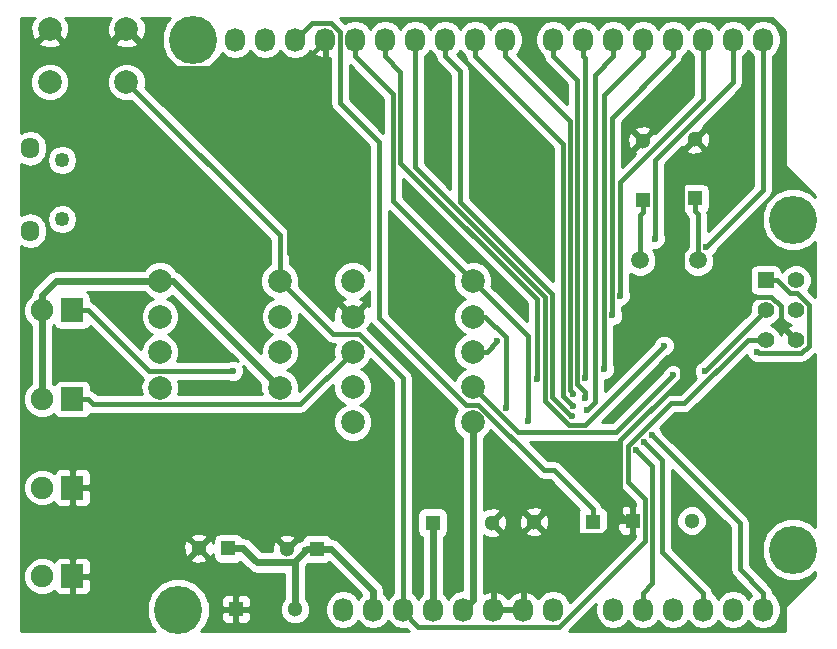
<source format=gbr>
G04 #@! TF.FileFunction,Copper,L2,Bot,Signal*
%FSLAX46Y46*%
G04 Gerber Fmt 4.6, Leading zero omitted, Abs format (unit mm)*
G04 Created by KiCad (PCBNEW 4.0.4+dfsg1-stable) date Fri Dec 23 16:09:11 2016*
%MOMM*%
%LPD*%
G01*
G04 APERTURE LIST*
%ADD10C,0.100000*%
%ADD11C,1.501140*%
%ADD12O,1.727200X2.032000*%
%ADD13C,4.064000*%
%ADD14R,1.300000X1.300000*%
%ADD15C,1.300000*%
%ADD16O,1.250000X1.250000*%
%ADD17O,1.550000X1.800000*%
%ADD18R,1.397000X1.397000*%
%ADD19C,1.397000*%
%ADD20R,1.900000X2.000000*%
%ADD21C,1.900000*%
%ADD22C,2.000000*%
%ADD23C,1.998980*%
%ADD24C,0.600000*%
%ADD25C,0.550000*%
%ADD26C,0.400000*%
%ADD27C,0.600000*%
%ADD28C,0.254000*%
G04 APERTURE END LIST*
D10*
D11*
X164082060Y-94265000D03*
X168963940Y-94265000D03*
D12*
X138938000Y-123825000D03*
X141478000Y-123825000D03*
X144018000Y-123825000D03*
X146558000Y-123825000D03*
X149098000Y-123825000D03*
X151638000Y-123825000D03*
X154178000Y-123825000D03*
X156718000Y-123825000D03*
X161798000Y-123825000D03*
X164338000Y-123825000D03*
X166878000Y-123825000D03*
X169418000Y-123825000D03*
X171958000Y-123825000D03*
X174498000Y-123825000D03*
X129794000Y-75565000D03*
X132334000Y-75565000D03*
X134874000Y-75565000D03*
X137414000Y-75565000D03*
X139954000Y-75565000D03*
X142494000Y-75565000D03*
X145034000Y-75565000D03*
X147574000Y-75565000D03*
X150114000Y-75565000D03*
X152654000Y-75565000D03*
X156718000Y-75565000D03*
X159258000Y-75565000D03*
X161798000Y-75565000D03*
X164338000Y-75565000D03*
X166878000Y-75565000D03*
X169418000Y-75565000D03*
X171958000Y-75565000D03*
X174498000Y-75565000D03*
D13*
X124968000Y-123825000D03*
X177038000Y-118745000D03*
X126238000Y-75565000D03*
X177038000Y-90805000D03*
D14*
X164298000Y-89140000D03*
D15*
X164298000Y-84140000D03*
D14*
X168698000Y-89015000D03*
D15*
X168698000Y-84015000D03*
D14*
X136698000Y-118690000D03*
D15*
X134198000Y-118690000D03*
D14*
X160098000Y-116390000D03*
D15*
X155098000Y-116390000D03*
D14*
X129873000Y-123790000D03*
D15*
X134873000Y-123790000D03*
D14*
X163448000Y-116290000D03*
D15*
X168448000Y-116290000D03*
D16*
X115160540Y-85764100D03*
X115160540Y-90764100D03*
D17*
X112460540Y-84764100D03*
X112460540Y-91764100D03*
D18*
X174728000Y-95925000D03*
D19*
X177268000Y-95925000D03*
X174728000Y-98465000D03*
X177268000Y-98465000D03*
X174728000Y-101005000D03*
X177268000Y-101005000D03*
D20*
X116000000Y-98500000D03*
D21*
X113460000Y-98500000D03*
D20*
X116000000Y-106000000D03*
D21*
X113460000Y-106000000D03*
D20*
X116000000Y-113500000D03*
D21*
X113460000Y-113500000D03*
D20*
X116000000Y-121000000D03*
D21*
X113460000Y-121000000D03*
D22*
X114098000Y-79165000D03*
X114098000Y-74665000D03*
X120598000Y-79165000D03*
X120598000Y-74665000D03*
D23*
X123423000Y-95990000D03*
X133583000Y-95990000D03*
X133598000Y-99015000D03*
X123438000Y-99015000D03*
X133598000Y-102015000D03*
X123438000Y-102015000D03*
X123423000Y-105040000D03*
X133583000Y-105040000D03*
X139748000Y-107965000D03*
X149908000Y-107965000D03*
X139748000Y-104965000D03*
X149908000Y-104965000D03*
X139748000Y-101990000D03*
X149908000Y-101990000D03*
X139748000Y-99015000D03*
X149908000Y-99015000D03*
X139748000Y-95990000D03*
X149908000Y-95990000D03*
D14*
X129223000Y-118640000D03*
D15*
X126723000Y-118640000D03*
D14*
X146523000Y-116465000D03*
D15*
X151523000Y-116465000D03*
D24*
X155448000Y-92786200D03*
X141224000Y-80695800D03*
X146761200Y-80645000D03*
X151079200Y-80594200D03*
X148488400Y-92837000D03*
X117805200Y-94615000D03*
X118516400Y-92633800D03*
X120243600Y-97358200D03*
X136144000Y-102082600D03*
X125476000Y-105029000D03*
X126847600Y-101930200D03*
X118872000Y-103149400D03*
X145643600Y-104571800D03*
X144627600Y-99034600D03*
X128168400Y-109042200D03*
X168249600Y-118897400D03*
X173837600Y-117170200D03*
X165074400Y-109075300D03*
X164454100Y-109641300D03*
X174026800Y-102008100D03*
X169566700Y-103626300D03*
X163773900Y-110321500D03*
X154585200Y-107889700D03*
X155321700Y-104290000D03*
X166119000Y-101483600D03*
X158302000Y-107456000D03*
X158389700Y-106589200D03*
X158446700Y-105584000D03*
X159413600Y-105899700D03*
X159423900Y-104232500D03*
X159598800Y-106920500D03*
X161021800Y-103490000D03*
X161729500Y-98924900D03*
X162397600Y-97256700D03*
X165348300Y-92439100D03*
X169684100Y-93089400D03*
X166868000Y-103996100D03*
X152012900Y-101091500D03*
X152727600Y-106769300D03*
X129612000Y-103640100D03*
D25*
X151079200Y-88417400D02*
X155448000Y-92786200D01*
X151079200Y-80594200D02*
X151079200Y-88417400D01*
X118516400Y-93903800D02*
X117805200Y-94615000D01*
X120483200Y-74665000D02*
X118516400Y-76631800D01*
X118516400Y-76631800D02*
X118516400Y-92633800D01*
X118516400Y-92633800D02*
X118516400Y-93903800D01*
X120598000Y-74665000D02*
X120483200Y-74665000D01*
X116000000Y-113500000D02*
X123710600Y-113500000D01*
X123710600Y-113500000D02*
X128168400Y-109042200D01*
D26*
X134392800Y-77998400D02*
X135133000Y-77998400D01*
X135133000Y-77998400D02*
X137414000Y-75717400D01*
X137414000Y-75717400D02*
X137414000Y-75565000D01*
X134392800Y-93659800D02*
X134392800Y-77998400D01*
X139748000Y-99015000D02*
X134392800Y-93659800D01*
X123931400Y-77998400D02*
X134392800Y-77998400D01*
X120598000Y-74665000D02*
X123931400Y-77998400D01*
X163448000Y-116290000D02*
X162922900Y-116290000D01*
X175195400Y-97362700D02*
X167634000Y-97362700D01*
X175998000Y-98165300D02*
X175195400Y-97362700D01*
X175998000Y-99735000D02*
X175998000Y-98165300D01*
X177268000Y-101005000D02*
X175998000Y-99735000D01*
X167634000Y-85079000D02*
X168698000Y-84015000D01*
X167634000Y-97362700D02*
X167634000Y-85079000D01*
X156204300Y-117496300D02*
X155098000Y-116390000D01*
X160960300Y-117496300D02*
X156204300Y-117496300D01*
X162544800Y-115911800D02*
X160960300Y-117496300D01*
X162922900Y-116290000D02*
X162544800Y-115911800D01*
X167634000Y-104290300D02*
X167634000Y-97362700D01*
X162418700Y-109505600D02*
X167634000Y-104290300D01*
X162418700Y-115785800D02*
X162418700Y-109505600D01*
X162544800Y-115911800D02*
X162418700Y-115785800D01*
X116000000Y-113500000D02*
X116000000Y-121000000D01*
X172523000Y-116523900D02*
X165074400Y-109075300D01*
X174498000Y-123825000D02*
X174498000Y-122409000D01*
X174498000Y-122409000D02*
X172523000Y-120434000D01*
X172523000Y-120434000D02*
X172523000Y-116523900D01*
X169418000Y-123825000D02*
X169418000Y-122409000D01*
X169418000Y-122409000D02*
X165961900Y-118952900D01*
X165961900Y-118952900D02*
X165961900Y-111149000D01*
X165961900Y-111149000D02*
X165961800Y-111149000D01*
X165961800Y-111149000D02*
X164454100Y-109641300D01*
X150390000Y-106465000D02*
X155940000Y-112015000D01*
X160098000Y-116390000D02*
X160098000Y-115340000D01*
X160098000Y-115340000D02*
X156773000Y-112015000D01*
X156773000Y-112015000D02*
X155940000Y-112015000D01*
X149323400Y-106465000D02*
X150390000Y-106465000D01*
X141984200Y-99125800D02*
X149323400Y-106465000D01*
X141984200Y-84254800D02*
X141984200Y-99125800D01*
X138684000Y-80954600D02*
X141984200Y-84254800D01*
X138684000Y-74884700D02*
X138684000Y-80954600D01*
X137933600Y-74134300D02*
X138684000Y-74884700D01*
X136304700Y-74134300D02*
X137933600Y-74134300D01*
X134874000Y-75565000D02*
X136304700Y-74134300D01*
X164082100Y-90406200D02*
X164298000Y-90190300D01*
X164082100Y-94265000D02*
X164082100Y-90406200D01*
X164298000Y-89140000D02*
X164298000Y-90190300D01*
X168963900Y-90331200D02*
X168698000Y-90065300D01*
X168963900Y-94265000D02*
X168963900Y-90331200D01*
X168698000Y-89015000D02*
X168698000Y-90065300D01*
D27*
X134873000Y-123790000D02*
X134873000Y-119963000D01*
X134873000Y-119963000D02*
X134750001Y-119840001D01*
X136698000Y-118690000D02*
X135900002Y-118690000D01*
X135900002Y-118690000D02*
X134750001Y-119840001D01*
X134750001Y-119840001D02*
X131673001Y-119840001D01*
X131673001Y-119840001D02*
X130473000Y-118640000D01*
X130473000Y-118640000D02*
X129223000Y-118640000D01*
X141478000Y-123825000D02*
X141478000Y-122220000D01*
X141478000Y-122220000D02*
X137948000Y-118690000D01*
X137948000Y-118690000D02*
X136698000Y-118690000D01*
X149908000Y-107965000D02*
X149908000Y-123015000D01*
X149908000Y-123015000D02*
X149098000Y-123825000D01*
X133583000Y-105040000D02*
X124533000Y-95990000D01*
X124533000Y-95990000D02*
X123423000Y-95990000D01*
X113460000Y-98500000D02*
X113460000Y-106000000D01*
X113460000Y-98500000D02*
X113460000Y-97156498D01*
X113460000Y-97156498D02*
X114626498Y-95990000D01*
X114626498Y-95990000D02*
X122009508Y-95990000D01*
X122009508Y-95990000D02*
X123423000Y-95990000D01*
D26*
X136698000Y-118690000D02*
X135647700Y-118690000D01*
X129223000Y-118640000D02*
X130273300Y-118640000D01*
X134873000Y-119740400D02*
X134873000Y-123790000D01*
X135647700Y-118965700D02*
X134873000Y-119740400D01*
X135647700Y-118690000D02*
X135647700Y-118965700D01*
X131373700Y-119740400D02*
X130273300Y-118640000D01*
X134873000Y-119740400D02*
X131373700Y-119740400D01*
X174728000Y-95925000D02*
X175642218Y-95925000D01*
X177381400Y-97023800D02*
X178388700Y-98031100D01*
X175642218Y-95925000D02*
X176741018Y-97023800D01*
X176741018Y-97023800D02*
X177381400Y-97023800D01*
X178388700Y-98031100D02*
X178388700Y-101473500D01*
X178388700Y-101473500D02*
X177752500Y-102109700D01*
X174128400Y-102109700D02*
X174026800Y-102008100D01*
X177752500Y-102109700D02*
X174128400Y-102109700D01*
X174728000Y-98465000D02*
X169566700Y-103626300D01*
X144018000Y-123825000D02*
X144018000Y-123977400D01*
X144018000Y-123977400D02*
X145301500Y-125260900D01*
X167820800Y-106380000D02*
X173195800Y-101005000D01*
X145301500Y-125260900D02*
X157252500Y-125260900D01*
X166671900Y-106380000D02*
X167820800Y-106380000D01*
X157252500Y-125260900D02*
X164498400Y-118015000D01*
X163069900Y-109982000D02*
X166671900Y-106380000D01*
X164498400Y-118015000D02*
X164498400Y-114438400D01*
X164498400Y-114438400D02*
X163069900Y-113009900D01*
X163069900Y-113009900D02*
X163069900Y-109982000D01*
X173195800Y-101005000D02*
X174728000Y-101005000D01*
X133583000Y-92150000D02*
X133583000Y-95990000D01*
X120598000Y-79165000D02*
X133583000Y-92150000D01*
X144018000Y-104205100D02*
X144018000Y-123825000D01*
X140315400Y-100502500D02*
X144018000Y-104205100D01*
X138095500Y-100502500D02*
X140315400Y-100502500D01*
X133583000Y-95990000D02*
X138095500Y-100502500D01*
X164338000Y-123825000D02*
X164338000Y-122408700D01*
X165135400Y-111683000D02*
X163773900Y-110321500D01*
X165135400Y-121611300D02*
X165135400Y-111683000D01*
X164338000Y-122408700D02*
X165135400Y-121611300D01*
X139954000Y-75565000D02*
X139954000Y-76981000D01*
X139954000Y-76981000D02*
X143184900Y-80211900D01*
X143184900Y-80211900D02*
X143184900Y-89266900D01*
X143184900Y-89266900D02*
X149908000Y-95990000D01*
X154585200Y-100667200D02*
X154585200Y-107889700D01*
X149908000Y-95990000D02*
X154585200Y-100667200D01*
X142494000Y-75565000D02*
X142494000Y-76981300D01*
X143785200Y-78272500D02*
X142494000Y-76981300D01*
X143785200Y-85991900D02*
X143785200Y-78272500D01*
X155321700Y-97528400D02*
X143785200Y-85991900D01*
X155321700Y-104290000D02*
X155321700Y-97528400D01*
X145034000Y-86391600D02*
X145034000Y-75565000D01*
X156022100Y-97379700D02*
X145034000Y-86391600D01*
X156022100Y-106166400D02*
X156022100Y-97379700D01*
X158048900Y-108193200D02*
X156022100Y-106166400D01*
X159409400Y-108193200D02*
X158048900Y-108193200D01*
X166119000Y-101483600D02*
X159409400Y-108193200D01*
X147574000Y-75565000D02*
X147574000Y-76981000D01*
X147574000Y-76981000D02*
X148837900Y-78244900D01*
X148837900Y-78244900D02*
X148837900Y-89328800D01*
X148837900Y-89328800D02*
X156622400Y-97113300D01*
X156622400Y-97113300D02*
X156622400Y-105825100D01*
X156622400Y-105825100D02*
X158253300Y-107456000D01*
X158253300Y-107456000D02*
X158302000Y-107456000D01*
X150114000Y-75565000D02*
X150114000Y-76981000D01*
X150114000Y-76981000D02*
X157522900Y-84389900D01*
X157522900Y-84389900D02*
X157522900Y-105722400D01*
X157522900Y-105722400D02*
X158389700Y-106589200D01*
X152654000Y-75565000D02*
X152654000Y-76981000D01*
X152654000Y-76981000D02*
X158123200Y-82450200D01*
X158123200Y-82450200D02*
X158123200Y-105260500D01*
X158123200Y-105260500D02*
X158446700Y-105584000D01*
X156718000Y-75565000D02*
X156718000Y-76981000D01*
X159413600Y-105393200D02*
X159413600Y-105899700D01*
X156718000Y-76981000D02*
X158723500Y-78986500D01*
X158723500Y-78986500D02*
X158723500Y-104703100D01*
X158723500Y-104703100D02*
X159413600Y-105393200D01*
X159258000Y-75565000D02*
X159258000Y-76981300D01*
X159423900Y-77147200D02*
X159258000Y-76981300D01*
X159423900Y-104232500D02*
X159423900Y-77147200D01*
X161798000Y-75565000D02*
X161798000Y-76981300D01*
X160253400Y-106265900D02*
X159598800Y-106920500D01*
X160253400Y-78525900D02*
X160253400Y-106265900D01*
X161798000Y-76981300D02*
X160253400Y-78525900D01*
X164338000Y-75565000D02*
X164338000Y-76981300D01*
X161021800Y-80297500D02*
X161021800Y-103490000D01*
X164338000Y-76981300D02*
X161021800Y-80297500D01*
X166878000Y-75565000D02*
X166878000Y-76981000D01*
X166878000Y-76981000D02*
X161683300Y-82175700D01*
X161683300Y-82175700D02*
X161683300Y-98878700D01*
X161683300Y-98878700D02*
X161729500Y-98924900D01*
X169418000Y-75565000D02*
X169418000Y-80608800D01*
X169418000Y-80608800D02*
X162397600Y-87629200D01*
X162397600Y-87629200D02*
X162397600Y-97256700D01*
X165348300Y-85771000D02*
X165348300Y-92439100D01*
X171958000Y-79161300D02*
X165348300Y-85771000D01*
X171958000Y-75565000D02*
X171958000Y-79161300D01*
X174498000Y-88275500D02*
X169684100Y-93089400D01*
X174498000Y-75565000D02*
X174498000Y-88275500D01*
X162070600Y-108793500D02*
X166868000Y-103996100D01*
X153736500Y-108793500D02*
X162070600Y-108793500D01*
X149908000Y-104965000D02*
X153736500Y-108793500D01*
X151114400Y-101990000D02*
X152012900Y-101091500D01*
X149908000Y-101990000D02*
X151114400Y-101990000D01*
X152727600Y-100776300D02*
X152727600Y-106769300D01*
X150966300Y-99015000D02*
X152727600Y-100776300D01*
X149908000Y-99015000D02*
X150966300Y-99015000D01*
D27*
X146558000Y-123825000D02*
X146558000Y-116500000D01*
X146558000Y-116500000D02*
X146523000Y-116465000D01*
D26*
X116000000Y-98500000D02*
X117350300Y-98500000D01*
X122490400Y-103640100D02*
X129612000Y-103640100D01*
X117350300Y-98500000D02*
X122490400Y-103640100D01*
X117803200Y-106452900D02*
X117350300Y-106000000D01*
X135285100Y-106452900D02*
X117803200Y-106452900D01*
X139748000Y-101990000D02*
X135285100Y-106452900D01*
X116000000Y-106000000D02*
X117350300Y-106000000D01*
D28*
G36*
X178868000Y-116803193D02*
X178550707Y-116485345D01*
X177570827Y-116078464D01*
X176509828Y-116077538D01*
X175529239Y-116482709D01*
X174778345Y-117232293D01*
X174371464Y-118212173D01*
X174370538Y-119273172D01*
X174775709Y-120253761D01*
X175525293Y-121004655D01*
X176505173Y-121411536D01*
X177566172Y-121412462D01*
X178546761Y-121007291D01*
X178868000Y-120686612D01*
X178868000Y-120990909D01*
X176535954Y-123322954D01*
X176382046Y-123553295D01*
X176328000Y-123825000D01*
X176328000Y-125655000D01*
X158039268Y-125655000D01*
X160360330Y-123333938D01*
X160299400Y-123640255D01*
X160299400Y-124009745D01*
X160413474Y-124583234D01*
X160738330Y-125069415D01*
X161224511Y-125394271D01*
X161798000Y-125508345D01*
X162371489Y-125394271D01*
X162857670Y-125069415D01*
X163068000Y-124754634D01*
X163278330Y-125069415D01*
X163764511Y-125394271D01*
X164338000Y-125508345D01*
X164911489Y-125394271D01*
X165397670Y-125069415D01*
X165608000Y-124754634D01*
X165818330Y-125069415D01*
X166304511Y-125394271D01*
X166878000Y-125508345D01*
X167451489Y-125394271D01*
X167937670Y-125069415D01*
X168148000Y-124754634D01*
X168358330Y-125069415D01*
X168844511Y-125394271D01*
X169418000Y-125508345D01*
X169991489Y-125394271D01*
X170477670Y-125069415D01*
X170688000Y-124754634D01*
X170898330Y-125069415D01*
X171384511Y-125394271D01*
X171958000Y-125508345D01*
X172531489Y-125394271D01*
X173017670Y-125069415D01*
X173228000Y-124754634D01*
X173438330Y-125069415D01*
X173924511Y-125394271D01*
X174498000Y-125508345D01*
X175071489Y-125394271D01*
X175557670Y-125069415D01*
X175882526Y-124583234D01*
X175996600Y-124009745D01*
X175996600Y-123640255D01*
X175882526Y-123066766D01*
X175557670Y-122580585D01*
X175333000Y-122430465D01*
X175333000Y-122409000D01*
X175313764Y-122312293D01*
X175269440Y-122089460D01*
X175088434Y-121818566D01*
X173358000Y-120088132D01*
X173358000Y-116523900D01*
X173294439Y-116204359D01*
X173113434Y-115933466D01*
X165966935Y-108786967D01*
X165867517Y-108546357D01*
X165777043Y-108455725D01*
X167017768Y-107215000D01*
X167820800Y-107215000D01*
X168140341Y-107151439D01*
X168411234Y-106970434D01*
X173119930Y-102261738D01*
X173233683Y-102537043D01*
X173496473Y-102800292D01*
X173840001Y-102942938D01*
X174120771Y-102943183D01*
X174128400Y-102944700D01*
X177752500Y-102944700D01*
X178072041Y-102881139D01*
X178342934Y-102700134D01*
X178868000Y-102175068D01*
X178868000Y-116803193D01*
X178868000Y-116803193D01*
G37*
X178868000Y-116803193D02*
X178550707Y-116485345D01*
X177570827Y-116078464D01*
X176509828Y-116077538D01*
X175529239Y-116482709D01*
X174778345Y-117232293D01*
X174371464Y-118212173D01*
X174370538Y-119273172D01*
X174775709Y-120253761D01*
X175525293Y-121004655D01*
X176505173Y-121411536D01*
X177566172Y-121412462D01*
X178546761Y-121007291D01*
X178868000Y-120686612D01*
X178868000Y-120990909D01*
X176535954Y-123322954D01*
X176382046Y-123553295D01*
X176328000Y-123825000D01*
X176328000Y-125655000D01*
X158039268Y-125655000D01*
X160360330Y-123333938D01*
X160299400Y-123640255D01*
X160299400Y-124009745D01*
X160413474Y-124583234D01*
X160738330Y-125069415D01*
X161224511Y-125394271D01*
X161798000Y-125508345D01*
X162371489Y-125394271D01*
X162857670Y-125069415D01*
X163068000Y-124754634D01*
X163278330Y-125069415D01*
X163764511Y-125394271D01*
X164338000Y-125508345D01*
X164911489Y-125394271D01*
X165397670Y-125069415D01*
X165608000Y-124754634D01*
X165818330Y-125069415D01*
X166304511Y-125394271D01*
X166878000Y-125508345D01*
X167451489Y-125394271D01*
X167937670Y-125069415D01*
X168148000Y-124754634D01*
X168358330Y-125069415D01*
X168844511Y-125394271D01*
X169418000Y-125508345D01*
X169991489Y-125394271D01*
X170477670Y-125069415D01*
X170688000Y-124754634D01*
X170898330Y-125069415D01*
X171384511Y-125394271D01*
X171958000Y-125508345D01*
X172531489Y-125394271D01*
X173017670Y-125069415D01*
X173228000Y-124754634D01*
X173438330Y-125069415D01*
X173924511Y-125394271D01*
X174498000Y-125508345D01*
X175071489Y-125394271D01*
X175557670Y-125069415D01*
X175882526Y-124583234D01*
X175996600Y-124009745D01*
X175996600Y-123640255D01*
X175882526Y-123066766D01*
X175557670Y-122580585D01*
X175333000Y-122430465D01*
X175333000Y-122409000D01*
X175313764Y-122312293D01*
X175269440Y-122089460D01*
X175088434Y-121818566D01*
X173358000Y-120088132D01*
X173358000Y-116523900D01*
X173294439Y-116204359D01*
X173113434Y-115933466D01*
X165966935Y-108786967D01*
X165867517Y-108546357D01*
X165777043Y-108455725D01*
X167017768Y-107215000D01*
X167820800Y-107215000D01*
X168140341Y-107151439D01*
X168411234Y-106970434D01*
X173119930Y-102261738D01*
X173233683Y-102537043D01*
X173496473Y-102800292D01*
X173840001Y-102942938D01*
X174120771Y-102943183D01*
X174128400Y-102944700D01*
X177752500Y-102944700D01*
X178072041Y-102881139D01*
X178342934Y-102700134D01*
X178868000Y-102175068D01*
X178868000Y-116803193D01*
G36*
X112678613Y-73790736D02*
X112452092Y-74400461D01*
X112476144Y-75050460D01*
X112678613Y-75539264D01*
X112945468Y-75637927D01*
X113918395Y-74665000D01*
X113904253Y-74650858D01*
X114083858Y-74471253D01*
X114098000Y-74485395D01*
X114112143Y-74471253D01*
X114291748Y-74650858D01*
X114277605Y-74665000D01*
X115250532Y-75637927D01*
X115517387Y-75539264D01*
X115743908Y-74929539D01*
X115719856Y-74279540D01*
X115517387Y-73790736D01*
X115366637Y-73735000D01*
X119329363Y-73735000D01*
X119178613Y-73790736D01*
X118952092Y-74400461D01*
X118976144Y-75050460D01*
X119178613Y-75539264D01*
X119445468Y-75637927D01*
X120418395Y-74665000D01*
X120404253Y-74650858D01*
X120583858Y-74471253D01*
X120598000Y-74485395D01*
X120612143Y-74471253D01*
X120791748Y-74650858D01*
X120777605Y-74665000D01*
X121750532Y-75637927D01*
X122017387Y-75539264D01*
X122243908Y-74929539D01*
X122219856Y-74279540D01*
X122017387Y-73790736D01*
X121866637Y-73735000D01*
X124296193Y-73735000D01*
X123978345Y-74052293D01*
X123571464Y-75032173D01*
X123570538Y-76093172D01*
X123975709Y-77073761D01*
X124725293Y-77824655D01*
X125705173Y-78231536D01*
X126766172Y-78232462D01*
X127746761Y-77827291D01*
X128497655Y-77077707D01*
X128657071Y-76693789D01*
X128734330Y-76809415D01*
X129220511Y-77134271D01*
X129794000Y-77248345D01*
X130367489Y-77134271D01*
X130853670Y-76809415D01*
X131064000Y-76494634D01*
X131274330Y-76809415D01*
X131760511Y-77134271D01*
X132334000Y-77248345D01*
X132907489Y-77134271D01*
X133393670Y-76809415D01*
X133604000Y-76494634D01*
X133814330Y-76809415D01*
X134300511Y-77134271D01*
X134874000Y-77248345D01*
X135447489Y-77134271D01*
X135933670Y-76809415D01*
X136140461Y-76499931D01*
X136511964Y-76915732D01*
X137039209Y-77169709D01*
X137054974Y-77172358D01*
X137287000Y-77051217D01*
X137287000Y-75692000D01*
X137267000Y-75692000D01*
X137267000Y-75438000D01*
X137287000Y-75438000D01*
X137287000Y-75418000D01*
X137541000Y-75418000D01*
X137541000Y-75438000D01*
X137561000Y-75438000D01*
X137561000Y-75692000D01*
X137541000Y-75692000D01*
X137541000Y-77051217D01*
X137773026Y-77172358D01*
X137788791Y-77169709D01*
X137849000Y-77140706D01*
X137849000Y-80954600D01*
X137912561Y-81274141D01*
X138025924Y-81443800D01*
X138093566Y-81545034D01*
X141149200Y-84600668D01*
X141149200Y-95101014D01*
X141134462Y-95065345D01*
X140675073Y-94605154D01*
X140074547Y-94355794D01*
X139424306Y-94355226D01*
X138823345Y-94603538D01*
X138363154Y-95062927D01*
X138113794Y-95663453D01*
X138113226Y-96313694D01*
X138361538Y-96914655D01*
X138820927Y-97374846D01*
X139114122Y-97496591D01*
X138874042Y-97596035D01*
X138775443Y-97862837D01*
X139748000Y-98835395D01*
X140720557Y-97862837D01*
X140621958Y-97596035D01*
X140368828Y-97502001D01*
X140672655Y-97376462D01*
X141132846Y-96917073D01*
X141149200Y-96877688D01*
X141149200Y-98134477D01*
X140900163Y-98042443D01*
X139927605Y-99015000D01*
X139941748Y-99029142D01*
X139762143Y-99208748D01*
X139748000Y-99194605D01*
X139733858Y-99208748D01*
X139554252Y-99029142D01*
X139568395Y-99015000D01*
X138595837Y-98042443D01*
X138329035Y-98141042D01*
X138102599Y-98750582D01*
X138124829Y-99350961D01*
X135180005Y-96406137D01*
X135217206Y-96316547D01*
X135217774Y-95666306D01*
X134969462Y-95065345D01*
X134510073Y-94605154D01*
X134418000Y-94566922D01*
X134418000Y-92150000D01*
X134354439Y-91830459D01*
X134173434Y-91559566D01*
X122195395Y-79581527D01*
X122232716Y-79491648D01*
X122233284Y-78841205D01*
X121984894Y-78240057D01*
X121525363Y-77779722D01*
X120924648Y-77530284D01*
X120274205Y-77529716D01*
X119673057Y-77778106D01*
X119212722Y-78237637D01*
X118963284Y-78838352D01*
X118962716Y-79488795D01*
X119211106Y-80089943D01*
X119670637Y-80550278D01*
X120271352Y-80799716D01*
X120921795Y-80800284D01*
X121014225Y-80762093D01*
X132748000Y-92495868D01*
X132748000Y-94566493D01*
X132658345Y-94603538D01*
X132198154Y-95062927D01*
X131948794Y-95663453D01*
X131948226Y-96313694D01*
X132196538Y-96914655D01*
X132655927Y-97374846D01*
X132970848Y-97505612D01*
X132673345Y-97628538D01*
X132213154Y-98087927D01*
X131963794Y-98688453D01*
X131963226Y-99338694D01*
X132211538Y-99939655D01*
X132670927Y-100399846D01*
X132948189Y-100514975D01*
X132673345Y-100628538D01*
X132213154Y-101087927D01*
X131963794Y-101688453D01*
X131963436Y-102098146D01*
X125194145Y-95328855D01*
X124890809Y-95126173D01*
X124829562Y-95113990D01*
X124809462Y-95065345D01*
X124350073Y-94605154D01*
X123749547Y-94355794D01*
X123099306Y-94355226D01*
X122498345Y-94603538D01*
X122046095Y-95055000D01*
X114626498Y-95055000D01*
X114268689Y-95126173D01*
X113965353Y-95328855D01*
X112798855Y-96495353D01*
X112596173Y-96798689D01*
X112525000Y-97156498D01*
X112525000Y-97193795D01*
X112117086Y-97600997D01*
X111875276Y-98183341D01*
X111874725Y-98813893D01*
X112115519Y-99396657D01*
X112525000Y-99806854D01*
X112525000Y-104693795D01*
X112117086Y-105100997D01*
X111875276Y-105683341D01*
X111874725Y-106313893D01*
X112115519Y-106896657D01*
X112560997Y-107342914D01*
X113143341Y-107584724D01*
X113773893Y-107585275D01*
X114356657Y-107344481D01*
X114454337Y-107246971D01*
X114585910Y-107451441D01*
X114798110Y-107596431D01*
X115050000Y-107647440D01*
X116950000Y-107647440D01*
X117185317Y-107603162D01*
X117401441Y-107464090D01*
X117546431Y-107251890D01*
X117549364Y-107237409D01*
X117803200Y-107287900D01*
X135285100Y-107287900D01*
X135604641Y-107224339D01*
X135875534Y-107043334D01*
X138113648Y-104805220D01*
X138113226Y-105288694D01*
X138361538Y-105889655D01*
X138820927Y-106349846D01*
X139098189Y-106464975D01*
X138823345Y-106578538D01*
X138363154Y-107037927D01*
X138113794Y-107638453D01*
X138113226Y-108288694D01*
X138361538Y-108889655D01*
X138820927Y-109349846D01*
X139421453Y-109599206D01*
X140071694Y-109599774D01*
X140672655Y-109351462D01*
X141132846Y-108892073D01*
X141382206Y-108291547D01*
X141382774Y-107641306D01*
X141134462Y-107040345D01*
X140675073Y-106580154D01*
X140397811Y-106465025D01*
X140672655Y-106351462D01*
X141132846Y-105892073D01*
X141382206Y-105291547D01*
X141382774Y-104641306D01*
X141134462Y-104040345D01*
X140675073Y-103580154D01*
X140427989Y-103477556D01*
X140672655Y-103376462D01*
X141132846Y-102917073D01*
X141254978Y-102622946D01*
X143183000Y-104550968D01*
X143183000Y-122430465D01*
X142958330Y-122580585D01*
X142748000Y-122895366D01*
X142537670Y-122580585D01*
X142413000Y-122497283D01*
X142413000Y-122220000D01*
X142341827Y-121862191D01*
X142139145Y-121558855D01*
X138609145Y-118028855D01*
X138305809Y-117826173D01*
X137948000Y-117755000D01*
X137919192Y-117755000D01*
X137812090Y-117588559D01*
X137599890Y-117443569D01*
X137348000Y-117392560D01*
X136048000Y-117392560D01*
X135812683Y-117436838D01*
X135596559Y-117575910D01*
X135451569Y-117788110D01*
X135429223Y-117898458D01*
X135328159Y-117918561D01*
X135209605Y-117997776D01*
X135097016Y-117970590D01*
X134377605Y-118690000D01*
X134391748Y-118704142D01*
X134212143Y-118883748D01*
X134198000Y-118869605D01*
X134183858Y-118883748D01*
X134004253Y-118704143D01*
X134018395Y-118690000D01*
X133298984Y-117970590D01*
X133068389Y-118026271D01*
X132900378Y-118509078D01*
X132923294Y-118905001D01*
X132060291Y-118905001D01*
X131134145Y-117978855D01*
X130852976Y-117790984D01*
X133478590Y-117790984D01*
X134198000Y-118510395D01*
X134917410Y-117790984D01*
X134861729Y-117560389D01*
X134378922Y-117392378D01*
X133868572Y-117421917D01*
X133534271Y-117560389D01*
X133478590Y-117790984D01*
X130852976Y-117790984D01*
X130830809Y-117776173D01*
X130473000Y-117705000D01*
X130444192Y-117705000D01*
X130337090Y-117538559D01*
X130124890Y-117393569D01*
X129873000Y-117342560D01*
X128573000Y-117342560D01*
X128337683Y-117386838D01*
X128121559Y-117525910D01*
X127976569Y-117738110D01*
X127925560Y-117990000D01*
X127925560Y-118152385D01*
X127852611Y-117976271D01*
X127622016Y-117920590D01*
X126902605Y-118640000D01*
X127622016Y-119359410D01*
X127852611Y-119303729D01*
X127925560Y-119094098D01*
X127925560Y-119290000D01*
X127969838Y-119525317D01*
X128108910Y-119741441D01*
X128321110Y-119886431D01*
X128573000Y-119937440D01*
X129873000Y-119937440D01*
X130108317Y-119893162D01*
X130252692Y-119800260D01*
X130783266Y-120330834D01*
X130958897Y-120448187D01*
X131011856Y-120501146D01*
X131315192Y-120703828D01*
X131673001Y-120775001D01*
X133938000Y-120775001D01*
X133938000Y-122907689D01*
X133784265Y-123061155D01*
X133588223Y-123533276D01*
X133587777Y-124044481D01*
X133782995Y-124516943D01*
X134144155Y-124878735D01*
X134616276Y-125074777D01*
X135127481Y-125075223D01*
X135599943Y-124880005D01*
X135961735Y-124518845D01*
X136157777Y-124046724D01*
X136158223Y-123535519D01*
X135963005Y-123063057D01*
X135808000Y-122907781D01*
X135808000Y-120104292D01*
X135945590Y-119966702D01*
X136048000Y-119987440D01*
X137348000Y-119987440D01*
X137583317Y-119943162D01*
X137763152Y-119827442D01*
X140477056Y-122541346D01*
X140418330Y-122580585D01*
X140208000Y-122895366D01*
X139997670Y-122580585D01*
X139511489Y-122255729D01*
X138938000Y-122141655D01*
X138364511Y-122255729D01*
X137878330Y-122580585D01*
X137553474Y-123066766D01*
X137439400Y-123640255D01*
X137439400Y-124009745D01*
X137553474Y-124583234D01*
X137878330Y-125069415D01*
X138364511Y-125394271D01*
X138938000Y-125508345D01*
X139511489Y-125394271D01*
X139997670Y-125069415D01*
X140208000Y-124754634D01*
X140418330Y-125069415D01*
X140904511Y-125394271D01*
X141478000Y-125508345D01*
X142051489Y-125394271D01*
X142537670Y-125069415D01*
X142748000Y-124754634D01*
X142958330Y-125069415D01*
X143444511Y-125394271D01*
X144018000Y-125508345D01*
X144309996Y-125450264D01*
X144514732Y-125655000D01*
X126909807Y-125655000D01*
X127227655Y-125337707D01*
X127634536Y-124357827D01*
X127634782Y-124075750D01*
X128588000Y-124075750D01*
X128588000Y-124566310D01*
X128684673Y-124799699D01*
X128863302Y-124978327D01*
X129096691Y-125075000D01*
X129587250Y-125075000D01*
X129746000Y-124916250D01*
X129746000Y-123917000D01*
X130000000Y-123917000D01*
X130000000Y-124916250D01*
X130158750Y-125075000D01*
X130649309Y-125075000D01*
X130882698Y-124978327D01*
X131061327Y-124799699D01*
X131158000Y-124566310D01*
X131158000Y-124075750D01*
X130999250Y-123917000D01*
X130000000Y-123917000D01*
X129746000Y-123917000D01*
X128746750Y-123917000D01*
X128588000Y-124075750D01*
X127634782Y-124075750D01*
X127635462Y-123296828D01*
X127518472Y-123013690D01*
X128588000Y-123013690D01*
X128588000Y-123504250D01*
X128746750Y-123663000D01*
X129746000Y-123663000D01*
X129746000Y-122663750D01*
X130000000Y-122663750D01*
X130000000Y-123663000D01*
X130999250Y-123663000D01*
X131158000Y-123504250D01*
X131158000Y-123013690D01*
X131061327Y-122780301D01*
X130882698Y-122601673D01*
X130649309Y-122505000D01*
X130158750Y-122505000D01*
X130000000Y-122663750D01*
X129746000Y-122663750D01*
X129587250Y-122505000D01*
X129096691Y-122505000D01*
X128863302Y-122601673D01*
X128684673Y-122780301D01*
X128588000Y-123013690D01*
X127518472Y-123013690D01*
X127230291Y-122316239D01*
X126480707Y-121565345D01*
X125500827Y-121158464D01*
X124439828Y-121157538D01*
X123459239Y-121562709D01*
X122708345Y-122312293D01*
X122301464Y-123292173D01*
X122300538Y-124353172D01*
X122705709Y-125333761D01*
X123026388Y-125655000D01*
X111708000Y-125655000D01*
X111708000Y-121313893D01*
X111874725Y-121313893D01*
X112115519Y-121896657D01*
X112560997Y-122342914D01*
X113143341Y-122584724D01*
X113773893Y-122585275D01*
X114356657Y-122344481D01*
X114461867Y-122239455D01*
X114511673Y-122359698D01*
X114690301Y-122538327D01*
X114923690Y-122635000D01*
X115714250Y-122635000D01*
X115873000Y-122476250D01*
X115873000Y-121127000D01*
X116127000Y-121127000D01*
X116127000Y-122476250D01*
X116285750Y-122635000D01*
X117076310Y-122635000D01*
X117309699Y-122538327D01*
X117488327Y-122359698D01*
X117585000Y-122126309D01*
X117585000Y-121285750D01*
X117426250Y-121127000D01*
X116127000Y-121127000D01*
X115873000Y-121127000D01*
X115853000Y-121127000D01*
X115853000Y-120873000D01*
X115873000Y-120873000D01*
X115873000Y-119523750D01*
X116127000Y-119523750D01*
X116127000Y-120873000D01*
X117426250Y-120873000D01*
X117585000Y-120714250D01*
X117585000Y-119873691D01*
X117488327Y-119640302D01*
X117387042Y-119539016D01*
X126003590Y-119539016D01*
X126059271Y-119769611D01*
X126542078Y-119937622D01*
X127052428Y-119908083D01*
X127386729Y-119769611D01*
X127442410Y-119539016D01*
X126723000Y-118819605D01*
X126003590Y-119539016D01*
X117387042Y-119539016D01*
X117309699Y-119461673D01*
X117076310Y-119365000D01*
X116285750Y-119365000D01*
X116127000Y-119523750D01*
X115873000Y-119523750D01*
X115714250Y-119365000D01*
X114923690Y-119365000D01*
X114690301Y-119461673D01*
X114511673Y-119640302D01*
X114461988Y-119760251D01*
X114359003Y-119657086D01*
X113776659Y-119415276D01*
X113146107Y-119414725D01*
X112563343Y-119655519D01*
X112117086Y-120100997D01*
X111875276Y-120683341D01*
X111874725Y-121313893D01*
X111708000Y-121313893D01*
X111708000Y-118459078D01*
X125425378Y-118459078D01*
X125454917Y-118969428D01*
X125593389Y-119303729D01*
X125823984Y-119359410D01*
X126543395Y-118640000D01*
X125823984Y-117920590D01*
X125593389Y-117976271D01*
X125425378Y-118459078D01*
X111708000Y-118459078D01*
X111708000Y-117740984D01*
X126003590Y-117740984D01*
X126723000Y-118460395D01*
X127442410Y-117740984D01*
X127386729Y-117510389D01*
X126903922Y-117342378D01*
X126393572Y-117371917D01*
X126059271Y-117510389D01*
X126003590Y-117740984D01*
X111708000Y-117740984D01*
X111708000Y-113813893D01*
X111874725Y-113813893D01*
X112115519Y-114396657D01*
X112560997Y-114842914D01*
X113143341Y-115084724D01*
X113773893Y-115085275D01*
X114356657Y-114844481D01*
X114461867Y-114739455D01*
X114511673Y-114859698D01*
X114690301Y-115038327D01*
X114923690Y-115135000D01*
X115714250Y-115135000D01*
X115873000Y-114976250D01*
X115873000Y-113627000D01*
X116127000Y-113627000D01*
X116127000Y-114976250D01*
X116285750Y-115135000D01*
X117076310Y-115135000D01*
X117309699Y-115038327D01*
X117488327Y-114859698D01*
X117585000Y-114626309D01*
X117585000Y-113785750D01*
X117426250Y-113627000D01*
X116127000Y-113627000D01*
X115873000Y-113627000D01*
X115853000Y-113627000D01*
X115853000Y-113373000D01*
X115873000Y-113373000D01*
X115873000Y-112023750D01*
X116127000Y-112023750D01*
X116127000Y-113373000D01*
X117426250Y-113373000D01*
X117585000Y-113214250D01*
X117585000Y-112373691D01*
X117488327Y-112140302D01*
X117309699Y-111961673D01*
X117076310Y-111865000D01*
X116285750Y-111865000D01*
X116127000Y-112023750D01*
X115873000Y-112023750D01*
X115714250Y-111865000D01*
X114923690Y-111865000D01*
X114690301Y-111961673D01*
X114511673Y-112140302D01*
X114461988Y-112260251D01*
X114359003Y-112157086D01*
X113776659Y-111915276D01*
X113146107Y-111914725D01*
X112563343Y-112155519D01*
X112117086Y-112600997D01*
X111875276Y-113183341D01*
X111874725Y-113813893D01*
X111708000Y-113813893D01*
X111708000Y-93079550D01*
X111920956Y-93221842D01*
X112460540Y-93329172D01*
X113000124Y-93221842D01*
X113457561Y-92916193D01*
X113763210Y-92458756D01*
X113870540Y-91919172D01*
X113870540Y-91609028D01*
X113763210Y-91069444D01*
X113559187Y-90764100D01*
X113875855Y-90764100D01*
X113971767Y-91246281D01*
X114244900Y-91655055D01*
X114653674Y-91928188D01*
X115135855Y-92024100D01*
X115185225Y-92024100D01*
X115667406Y-91928188D01*
X116076180Y-91655055D01*
X116349313Y-91246281D01*
X116445225Y-90764100D01*
X116349313Y-90281919D01*
X116076180Y-89873145D01*
X115667406Y-89600012D01*
X115185225Y-89504100D01*
X115135855Y-89504100D01*
X114653674Y-89600012D01*
X114244900Y-89873145D01*
X113971767Y-90281919D01*
X113875855Y-90764100D01*
X113559187Y-90764100D01*
X113457561Y-90612007D01*
X113000124Y-90306358D01*
X112460540Y-90199028D01*
X111920956Y-90306358D01*
X111708000Y-90448650D01*
X111708000Y-86079550D01*
X111920956Y-86221842D01*
X112460540Y-86329172D01*
X113000124Y-86221842D01*
X113457561Y-85916193D01*
X113559186Y-85764100D01*
X113875855Y-85764100D01*
X113971767Y-86246281D01*
X114244900Y-86655055D01*
X114653674Y-86928188D01*
X115135855Y-87024100D01*
X115185225Y-87024100D01*
X115667406Y-86928188D01*
X116076180Y-86655055D01*
X116349313Y-86246281D01*
X116445225Y-85764100D01*
X116349313Y-85281919D01*
X116076180Y-84873145D01*
X115667406Y-84600012D01*
X115185225Y-84504100D01*
X115135855Y-84504100D01*
X114653674Y-84600012D01*
X114244900Y-84873145D01*
X113971767Y-85281919D01*
X113875855Y-85764100D01*
X113559186Y-85764100D01*
X113763210Y-85458756D01*
X113870540Y-84919172D01*
X113870540Y-84609028D01*
X113763210Y-84069444D01*
X113457561Y-83612007D01*
X113000124Y-83306358D01*
X112460540Y-83199028D01*
X111920956Y-83306358D01*
X111708000Y-83448650D01*
X111708000Y-79488795D01*
X112462716Y-79488795D01*
X112711106Y-80089943D01*
X113170637Y-80550278D01*
X113771352Y-80799716D01*
X114421795Y-80800284D01*
X115022943Y-80551894D01*
X115483278Y-80092363D01*
X115732716Y-79491648D01*
X115733284Y-78841205D01*
X115484894Y-78240057D01*
X115025363Y-77779722D01*
X114424648Y-77530284D01*
X113774205Y-77529716D01*
X113173057Y-77778106D01*
X112712722Y-78237637D01*
X112463284Y-78838352D01*
X112462716Y-79488795D01*
X111708000Y-79488795D01*
X111708000Y-75817532D01*
X113125073Y-75817532D01*
X113223736Y-76084387D01*
X113833461Y-76310908D01*
X114483460Y-76286856D01*
X114972264Y-76084387D01*
X115070927Y-75817532D01*
X119625073Y-75817532D01*
X119723736Y-76084387D01*
X120333461Y-76310908D01*
X120983460Y-76286856D01*
X121472264Y-76084387D01*
X121570927Y-75817532D01*
X120598000Y-74844605D01*
X119625073Y-75817532D01*
X115070927Y-75817532D01*
X114098000Y-74844605D01*
X113125073Y-75817532D01*
X111708000Y-75817532D01*
X111708000Y-73735000D01*
X112829363Y-73735000D01*
X112678613Y-73790736D01*
X112678613Y-73790736D01*
G37*
X112678613Y-73790736D02*
X112452092Y-74400461D01*
X112476144Y-75050460D01*
X112678613Y-75539264D01*
X112945468Y-75637927D01*
X113918395Y-74665000D01*
X113904253Y-74650858D01*
X114083858Y-74471253D01*
X114098000Y-74485395D01*
X114112143Y-74471253D01*
X114291748Y-74650858D01*
X114277605Y-74665000D01*
X115250532Y-75637927D01*
X115517387Y-75539264D01*
X115743908Y-74929539D01*
X115719856Y-74279540D01*
X115517387Y-73790736D01*
X115366637Y-73735000D01*
X119329363Y-73735000D01*
X119178613Y-73790736D01*
X118952092Y-74400461D01*
X118976144Y-75050460D01*
X119178613Y-75539264D01*
X119445468Y-75637927D01*
X120418395Y-74665000D01*
X120404253Y-74650858D01*
X120583858Y-74471253D01*
X120598000Y-74485395D01*
X120612143Y-74471253D01*
X120791748Y-74650858D01*
X120777605Y-74665000D01*
X121750532Y-75637927D01*
X122017387Y-75539264D01*
X122243908Y-74929539D01*
X122219856Y-74279540D01*
X122017387Y-73790736D01*
X121866637Y-73735000D01*
X124296193Y-73735000D01*
X123978345Y-74052293D01*
X123571464Y-75032173D01*
X123570538Y-76093172D01*
X123975709Y-77073761D01*
X124725293Y-77824655D01*
X125705173Y-78231536D01*
X126766172Y-78232462D01*
X127746761Y-77827291D01*
X128497655Y-77077707D01*
X128657071Y-76693789D01*
X128734330Y-76809415D01*
X129220511Y-77134271D01*
X129794000Y-77248345D01*
X130367489Y-77134271D01*
X130853670Y-76809415D01*
X131064000Y-76494634D01*
X131274330Y-76809415D01*
X131760511Y-77134271D01*
X132334000Y-77248345D01*
X132907489Y-77134271D01*
X133393670Y-76809415D01*
X133604000Y-76494634D01*
X133814330Y-76809415D01*
X134300511Y-77134271D01*
X134874000Y-77248345D01*
X135447489Y-77134271D01*
X135933670Y-76809415D01*
X136140461Y-76499931D01*
X136511964Y-76915732D01*
X137039209Y-77169709D01*
X137054974Y-77172358D01*
X137287000Y-77051217D01*
X137287000Y-75692000D01*
X137267000Y-75692000D01*
X137267000Y-75438000D01*
X137287000Y-75438000D01*
X137287000Y-75418000D01*
X137541000Y-75418000D01*
X137541000Y-75438000D01*
X137561000Y-75438000D01*
X137561000Y-75692000D01*
X137541000Y-75692000D01*
X137541000Y-77051217D01*
X137773026Y-77172358D01*
X137788791Y-77169709D01*
X137849000Y-77140706D01*
X137849000Y-80954600D01*
X137912561Y-81274141D01*
X138025924Y-81443800D01*
X138093566Y-81545034D01*
X141149200Y-84600668D01*
X141149200Y-95101014D01*
X141134462Y-95065345D01*
X140675073Y-94605154D01*
X140074547Y-94355794D01*
X139424306Y-94355226D01*
X138823345Y-94603538D01*
X138363154Y-95062927D01*
X138113794Y-95663453D01*
X138113226Y-96313694D01*
X138361538Y-96914655D01*
X138820927Y-97374846D01*
X139114122Y-97496591D01*
X138874042Y-97596035D01*
X138775443Y-97862837D01*
X139748000Y-98835395D01*
X140720557Y-97862837D01*
X140621958Y-97596035D01*
X140368828Y-97502001D01*
X140672655Y-97376462D01*
X141132846Y-96917073D01*
X141149200Y-96877688D01*
X141149200Y-98134477D01*
X140900163Y-98042443D01*
X139927605Y-99015000D01*
X139941748Y-99029142D01*
X139762143Y-99208748D01*
X139748000Y-99194605D01*
X139733858Y-99208748D01*
X139554252Y-99029142D01*
X139568395Y-99015000D01*
X138595837Y-98042443D01*
X138329035Y-98141042D01*
X138102599Y-98750582D01*
X138124829Y-99350961D01*
X135180005Y-96406137D01*
X135217206Y-96316547D01*
X135217774Y-95666306D01*
X134969462Y-95065345D01*
X134510073Y-94605154D01*
X134418000Y-94566922D01*
X134418000Y-92150000D01*
X134354439Y-91830459D01*
X134173434Y-91559566D01*
X122195395Y-79581527D01*
X122232716Y-79491648D01*
X122233284Y-78841205D01*
X121984894Y-78240057D01*
X121525363Y-77779722D01*
X120924648Y-77530284D01*
X120274205Y-77529716D01*
X119673057Y-77778106D01*
X119212722Y-78237637D01*
X118963284Y-78838352D01*
X118962716Y-79488795D01*
X119211106Y-80089943D01*
X119670637Y-80550278D01*
X120271352Y-80799716D01*
X120921795Y-80800284D01*
X121014225Y-80762093D01*
X132748000Y-92495868D01*
X132748000Y-94566493D01*
X132658345Y-94603538D01*
X132198154Y-95062927D01*
X131948794Y-95663453D01*
X131948226Y-96313694D01*
X132196538Y-96914655D01*
X132655927Y-97374846D01*
X132970848Y-97505612D01*
X132673345Y-97628538D01*
X132213154Y-98087927D01*
X131963794Y-98688453D01*
X131963226Y-99338694D01*
X132211538Y-99939655D01*
X132670927Y-100399846D01*
X132948189Y-100514975D01*
X132673345Y-100628538D01*
X132213154Y-101087927D01*
X131963794Y-101688453D01*
X131963436Y-102098146D01*
X125194145Y-95328855D01*
X124890809Y-95126173D01*
X124829562Y-95113990D01*
X124809462Y-95065345D01*
X124350073Y-94605154D01*
X123749547Y-94355794D01*
X123099306Y-94355226D01*
X122498345Y-94603538D01*
X122046095Y-95055000D01*
X114626498Y-95055000D01*
X114268689Y-95126173D01*
X113965353Y-95328855D01*
X112798855Y-96495353D01*
X112596173Y-96798689D01*
X112525000Y-97156498D01*
X112525000Y-97193795D01*
X112117086Y-97600997D01*
X111875276Y-98183341D01*
X111874725Y-98813893D01*
X112115519Y-99396657D01*
X112525000Y-99806854D01*
X112525000Y-104693795D01*
X112117086Y-105100997D01*
X111875276Y-105683341D01*
X111874725Y-106313893D01*
X112115519Y-106896657D01*
X112560997Y-107342914D01*
X113143341Y-107584724D01*
X113773893Y-107585275D01*
X114356657Y-107344481D01*
X114454337Y-107246971D01*
X114585910Y-107451441D01*
X114798110Y-107596431D01*
X115050000Y-107647440D01*
X116950000Y-107647440D01*
X117185317Y-107603162D01*
X117401441Y-107464090D01*
X117546431Y-107251890D01*
X117549364Y-107237409D01*
X117803200Y-107287900D01*
X135285100Y-107287900D01*
X135604641Y-107224339D01*
X135875534Y-107043334D01*
X138113648Y-104805220D01*
X138113226Y-105288694D01*
X138361538Y-105889655D01*
X138820927Y-106349846D01*
X139098189Y-106464975D01*
X138823345Y-106578538D01*
X138363154Y-107037927D01*
X138113794Y-107638453D01*
X138113226Y-108288694D01*
X138361538Y-108889655D01*
X138820927Y-109349846D01*
X139421453Y-109599206D01*
X140071694Y-109599774D01*
X140672655Y-109351462D01*
X141132846Y-108892073D01*
X141382206Y-108291547D01*
X141382774Y-107641306D01*
X141134462Y-107040345D01*
X140675073Y-106580154D01*
X140397811Y-106465025D01*
X140672655Y-106351462D01*
X141132846Y-105892073D01*
X141382206Y-105291547D01*
X141382774Y-104641306D01*
X141134462Y-104040345D01*
X140675073Y-103580154D01*
X140427989Y-103477556D01*
X140672655Y-103376462D01*
X141132846Y-102917073D01*
X141254978Y-102622946D01*
X143183000Y-104550968D01*
X143183000Y-122430465D01*
X142958330Y-122580585D01*
X142748000Y-122895366D01*
X142537670Y-122580585D01*
X142413000Y-122497283D01*
X142413000Y-122220000D01*
X142341827Y-121862191D01*
X142139145Y-121558855D01*
X138609145Y-118028855D01*
X138305809Y-117826173D01*
X137948000Y-117755000D01*
X137919192Y-117755000D01*
X137812090Y-117588559D01*
X137599890Y-117443569D01*
X137348000Y-117392560D01*
X136048000Y-117392560D01*
X135812683Y-117436838D01*
X135596559Y-117575910D01*
X135451569Y-117788110D01*
X135429223Y-117898458D01*
X135328159Y-117918561D01*
X135209605Y-117997776D01*
X135097016Y-117970590D01*
X134377605Y-118690000D01*
X134391748Y-118704142D01*
X134212143Y-118883748D01*
X134198000Y-118869605D01*
X134183858Y-118883748D01*
X134004253Y-118704143D01*
X134018395Y-118690000D01*
X133298984Y-117970590D01*
X133068389Y-118026271D01*
X132900378Y-118509078D01*
X132923294Y-118905001D01*
X132060291Y-118905001D01*
X131134145Y-117978855D01*
X130852976Y-117790984D01*
X133478590Y-117790984D01*
X134198000Y-118510395D01*
X134917410Y-117790984D01*
X134861729Y-117560389D01*
X134378922Y-117392378D01*
X133868572Y-117421917D01*
X133534271Y-117560389D01*
X133478590Y-117790984D01*
X130852976Y-117790984D01*
X130830809Y-117776173D01*
X130473000Y-117705000D01*
X130444192Y-117705000D01*
X130337090Y-117538559D01*
X130124890Y-117393569D01*
X129873000Y-117342560D01*
X128573000Y-117342560D01*
X128337683Y-117386838D01*
X128121559Y-117525910D01*
X127976569Y-117738110D01*
X127925560Y-117990000D01*
X127925560Y-118152385D01*
X127852611Y-117976271D01*
X127622016Y-117920590D01*
X126902605Y-118640000D01*
X127622016Y-119359410D01*
X127852611Y-119303729D01*
X127925560Y-119094098D01*
X127925560Y-119290000D01*
X127969838Y-119525317D01*
X128108910Y-119741441D01*
X128321110Y-119886431D01*
X128573000Y-119937440D01*
X129873000Y-119937440D01*
X130108317Y-119893162D01*
X130252692Y-119800260D01*
X130783266Y-120330834D01*
X130958897Y-120448187D01*
X131011856Y-120501146D01*
X131315192Y-120703828D01*
X131673001Y-120775001D01*
X133938000Y-120775001D01*
X133938000Y-122907689D01*
X133784265Y-123061155D01*
X133588223Y-123533276D01*
X133587777Y-124044481D01*
X133782995Y-124516943D01*
X134144155Y-124878735D01*
X134616276Y-125074777D01*
X135127481Y-125075223D01*
X135599943Y-124880005D01*
X135961735Y-124518845D01*
X136157777Y-124046724D01*
X136158223Y-123535519D01*
X135963005Y-123063057D01*
X135808000Y-122907781D01*
X135808000Y-120104292D01*
X135945590Y-119966702D01*
X136048000Y-119987440D01*
X137348000Y-119987440D01*
X137583317Y-119943162D01*
X137763152Y-119827442D01*
X140477056Y-122541346D01*
X140418330Y-122580585D01*
X140208000Y-122895366D01*
X139997670Y-122580585D01*
X139511489Y-122255729D01*
X138938000Y-122141655D01*
X138364511Y-122255729D01*
X137878330Y-122580585D01*
X137553474Y-123066766D01*
X137439400Y-123640255D01*
X137439400Y-124009745D01*
X137553474Y-124583234D01*
X137878330Y-125069415D01*
X138364511Y-125394271D01*
X138938000Y-125508345D01*
X139511489Y-125394271D01*
X139997670Y-125069415D01*
X140208000Y-124754634D01*
X140418330Y-125069415D01*
X140904511Y-125394271D01*
X141478000Y-125508345D01*
X142051489Y-125394271D01*
X142537670Y-125069415D01*
X142748000Y-124754634D01*
X142958330Y-125069415D01*
X143444511Y-125394271D01*
X144018000Y-125508345D01*
X144309996Y-125450264D01*
X144514732Y-125655000D01*
X126909807Y-125655000D01*
X127227655Y-125337707D01*
X127634536Y-124357827D01*
X127634782Y-124075750D01*
X128588000Y-124075750D01*
X128588000Y-124566310D01*
X128684673Y-124799699D01*
X128863302Y-124978327D01*
X129096691Y-125075000D01*
X129587250Y-125075000D01*
X129746000Y-124916250D01*
X129746000Y-123917000D01*
X130000000Y-123917000D01*
X130000000Y-124916250D01*
X130158750Y-125075000D01*
X130649309Y-125075000D01*
X130882698Y-124978327D01*
X131061327Y-124799699D01*
X131158000Y-124566310D01*
X131158000Y-124075750D01*
X130999250Y-123917000D01*
X130000000Y-123917000D01*
X129746000Y-123917000D01*
X128746750Y-123917000D01*
X128588000Y-124075750D01*
X127634782Y-124075750D01*
X127635462Y-123296828D01*
X127518472Y-123013690D01*
X128588000Y-123013690D01*
X128588000Y-123504250D01*
X128746750Y-123663000D01*
X129746000Y-123663000D01*
X129746000Y-122663750D01*
X130000000Y-122663750D01*
X130000000Y-123663000D01*
X130999250Y-123663000D01*
X131158000Y-123504250D01*
X131158000Y-123013690D01*
X131061327Y-122780301D01*
X130882698Y-122601673D01*
X130649309Y-122505000D01*
X130158750Y-122505000D01*
X130000000Y-122663750D01*
X129746000Y-122663750D01*
X129587250Y-122505000D01*
X129096691Y-122505000D01*
X128863302Y-122601673D01*
X128684673Y-122780301D01*
X128588000Y-123013690D01*
X127518472Y-123013690D01*
X127230291Y-122316239D01*
X126480707Y-121565345D01*
X125500827Y-121158464D01*
X124439828Y-121157538D01*
X123459239Y-121562709D01*
X122708345Y-122312293D01*
X122301464Y-123292173D01*
X122300538Y-124353172D01*
X122705709Y-125333761D01*
X123026388Y-125655000D01*
X111708000Y-125655000D01*
X111708000Y-121313893D01*
X111874725Y-121313893D01*
X112115519Y-121896657D01*
X112560997Y-122342914D01*
X113143341Y-122584724D01*
X113773893Y-122585275D01*
X114356657Y-122344481D01*
X114461867Y-122239455D01*
X114511673Y-122359698D01*
X114690301Y-122538327D01*
X114923690Y-122635000D01*
X115714250Y-122635000D01*
X115873000Y-122476250D01*
X115873000Y-121127000D01*
X116127000Y-121127000D01*
X116127000Y-122476250D01*
X116285750Y-122635000D01*
X117076310Y-122635000D01*
X117309699Y-122538327D01*
X117488327Y-122359698D01*
X117585000Y-122126309D01*
X117585000Y-121285750D01*
X117426250Y-121127000D01*
X116127000Y-121127000D01*
X115873000Y-121127000D01*
X115853000Y-121127000D01*
X115853000Y-120873000D01*
X115873000Y-120873000D01*
X115873000Y-119523750D01*
X116127000Y-119523750D01*
X116127000Y-120873000D01*
X117426250Y-120873000D01*
X117585000Y-120714250D01*
X117585000Y-119873691D01*
X117488327Y-119640302D01*
X117387042Y-119539016D01*
X126003590Y-119539016D01*
X126059271Y-119769611D01*
X126542078Y-119937622D01*
X127052428Y-119908083D01*
X127386729Y-119769611D01*
X127442410Y-119539016D01*
X126723000Y-118819605D01*
X126003590Y-119539016D01*
X117387042Y-119539016D01*
X117309699Y-119461673D01*
X117076310Y-119365000D01*
X116285750Y-119365000D01*
X116127000Y-119523750D01*
X115873000Y-119523750D01*
X115714250Y-119365000D01*
X114923690Y-119365000D01*
X114690301Y-119461673D01*
X114511673Y-119640302D01*
X114461988Y-119760251D01*
X114359003Y-119657086D01*
X113776659Y-119415276D01*
X113146107Y-119414725D01*
X112563343Y-119655519D01*
X112117086Y-120100997D01*
X111875276Y-120683341D01*
X111874725Y-121313893D01*
X111708000Y-121313893D01*
X111708000Y-118459078D01*
X125425378Y-118459078D01*
X125454917Y-118969428D01*
X125593389Y-119303729D01*
X125823984Y-119359410D01*
X126543395Y-118640000D01*
X125823984Y-117920590D01*
X125593389Y-117976271D01*
X125425378Y-118459078D01*
X111708000Y-118459078D01*
X111708000Y-117740984D01*
X126003590Y-117740984D01*
X126723000Y-118460395D01*
X127442410Y-117740984D01*
X127386729Y-117510389D01*
X126903922Y-117342378D01*
X126393572Y-117371917D01*
X126059271Y-117510389D01*
X126003590Y-117740984D01*
X111708000Y-117740984D01*
X111708000Y-113813893D01*
X111874725Y-113813893D01*
X112115519Y-114396657D01*
X112560997Y-114842914D01*
X113143341Y-115084724D01*
X113773893Y-115085275D01*
X114356657Y-114844481D01*
X114461867Y-114739455D01*
X114511673Y-114859698D01*
X114690301Y-115038327D01*
X114923690Y-115135000D01*
X115714250Y-115135000D01*
X115873000Y-114976250D01*
X115873000Y-113627000D01*
X116127000Y-113627000D01*
X116127000Y-114976250D01*
X116285750Y-115135000D01*
X117076310Y-115135000D01*
X117309699Y-115038327D01*
X117488327Y-114859698D01*
X117585000Y-114626309D01*
X117585000Y-113785750D01*
X117426250Y-113627000D01*
X116127000Y-113627000D01*
X115873000Y-113627000D01*
X115853000Y-113627000D01*
X115853000Y-113373000D01*
X115873000Y-113373000D01*
X115873000Y-112023750D01*
X116127000Y-112023750D01*
X116127000Y-113373000D01*
X117426250Y-113373000D01*
X117585000Y-113214250D01*
X117585000Y-112373691D01*
X117488327Y-112140302D01*
X117309699Y-111961673D01*
X117076310Y-111865000D01*
X116285750Y-111865000D01*
X116127000Y-112023750D01*
X115873000Y-112023750D01*
X115714250Y-111865000D01*
X114923690Y-111865000D01*
X114690301Y-111961673D01*
X114511673Y-112140302D01*
X114461988Y-112260251D01*
X114359003Y-112157086D01*
X113776659Y-111915276D01*
X113146107Y-111914725D01*
X112563343Y-112155519D01*
X112117086Y-112600997D01*
X111875276Y-113183341D01*
X111874725Y-113813893D01*
X111708000Y-113813893D01*
X111708000Y-93079550D01*
X111920956Y-93221842D01*
X112460540Y-93329172D01*
X113000124Y-93221842D01*
X113457561Y-92916193D01*
X113763210Y-92458756D01*
X113870540Y-91919172D01*
X113870540Y-91609028D01*
X113763210Y-91069444D01*
X113559187Y-90764100D01*
X113875855Y-90764100D01*
X113971767Y-91246281D01*
X114244900Y-91655055D01*
X114653674Y-91928188D01*
X115135855Y-92024100D01*
X115185225Y-92024100D01*
X115667406Y-91928188D01*
X116076180Y-91655055D01*
X116349313Y-91246281D01*
X116445225Y-90764100D01*
X116349313Y-90281919D01*
X116076180Y-89873145D01*
X115667406Y-89600012D01*
X115185225Y-89504100D01*
X115135855Y-89504100D01*
X114653674Y-89600012D01*
X114244900Y-89873145D01*
X113971767Y-90281919D01*
X113875855Y-90764100D01*
X113559187Y-90764100D01*
X113457561Y-90612007D01*
X113000124Y-90306358D01*
X112460540Y-90199028D01*
X111920956Y-90306358D01*
X111708000Y-90448650D01*
X111708000Y-86079550D01*
X111920956Y-86221842D01*
X112460540Y-86329172D01*
X113000124Y-86221842D01*
X113457561Y-85916193D01*
X113559186Y-85764100D01*
X113875855Y-85764100D01*
X113971767Y-86246281D01*
X114244900Y-86655055D01*
X114653674Y-86928188D01*
X115135855Y-87024100D01*
X115185225Y-87024100D01*
X115667406Y-86928188D01*
X116076180Y-86655055D01*
X116349313Y-86246281D01*
X116445225Y-85764100D01*
X116349313Y-85281919D01*
X116076180Y-84873145D01*
X115667406Y-84600012D01*
X115185225Y-84504100D01*
X115135855Y-84504100D01*
X114653674Y-84600012D01*
X114244900Y-84873145D01*
X113971767Y-85281919D01*
X113875855Y-85764100D01*
X113559186Y-85764100D01*
X113763210Y-85458756D01*
X113870540Y-84919172D01*
X113870540Y-84609028D01*
X113763210Y-84069444D01*
X113457561Y-83612007D01*
X113000124Y-83306358D01*
X112460540Y-83199028D01*
X111920956Y-83306358D01*
X111708000Y-83448650D01*
X111708000Y-79488795D01*
X112462716Y-79488795D01*
X112711106Y-80089943D01*
X113170637Y-80550278D01*
X113771352Y-80799716D01*
X114421795Y-80800284D01*
X115022943Y-80551894D01*
X115483278Y-80092363D01*
X115732716Y-79491648D01*
X115733284Y-78841205D01*
X115484894Y-78240057D01*
X115025363Y-77779722D01*
X114424648Y-77530284D01*
X113774205Y-77529716D01*
X113173057Y-77778106D01*
X112712722Y-78237637D01*
X112463284Y-78838352D01*
X112462716Y-79488795D01*
X111708000Y-79488795D01*
X111708000Y-75817532D01*
X113125073Y-75817532D01*
X113223736Y-76084387D01*
X113833461Y-76310908D01*
X114483460Y-76286856D01*
X114972264Y-76084387D01*
X115070927Y-75817532D01*
X119625073Y-75817532D01*
X119723736Y-76084387D01*
X120333461Y-76310908D01*
X120983460Y-76286856D01*
X121472264Y-76084387D01*
X121570927Y-75817532D01*
X120598000Y-74844605D01*
X119625073Y-75817532D01*
X115070927Y-75817532D01*
X114098000Y-74844605D01*
X113125073Y-75817532D01*
X111708000Y-75817532D01*
X111708000Y-73735000D01*
X112829363Y-73735000D01*
X112678613Y-73790736D01*
G36*
X155349566Y-112605434D02*
X155620459Y-112786439D01*
X155940000Y-112850000D01*
X156427132Y-112850000D01*
X158938303Y-115361171D01*
X158851569Y-115488110D01*
X158800560Y-115740000D01*
X158800560Y-117040000D01*
X158844838Y-117275317D01*
X158983910Y-117491441D01*
X159196110Y-117636431D01*
X159448000Y-117687440D01*
X160748000Y-117687440D01*
X160983317Y-117643162D01*
X161199441Y-117504090D01*
X161344431Y-117291890D01*
X161395440Y-117040000D01*
X161395440Y-116575750D01*
X162163000Y-116575750D01*
X162163000Y-117066310D01*
X162259673Y-117299699D01*
X162438302Y-117478327D01*
X162671691Y-117575000D01*
X163162250Y-117575000D01*
X163321000Y-117416250D01*
X163321000Y-116417000D01*
X162321750Y-116417000D01*
X162163000Y-116575750D01*
X161395440Y-116575750D01*
X161395440Y-115740000D01*
X161352857Y-115513690D01*
X162163000Y-115513690D01*
X162163000Y-116004250D01*
X162321750Y-116163000D01*
X163321000Y-116163000D01*
X163321000Y-115163750D01*
X163162250Y-115005000D01*
X162671691Y-115005000D01*
X162438302Y-115101673D01*
X162259673Y-115280301D01*
X162163000Y-115513690D01*
X161352857Y-115513690D01*
X161351162Y-115504683D01*
X161212090Y-115288559D01*
X160999890Y-115143569D01*
X160889480Y-115121210D01*
X160869439Y-115020459D01*
X160688434Y-114749566D01*
X157363434Y-111424566D01*
X157271981Y-111363459D01*
X157092541Y-111243561D01*
X156773000Y-111180000D01*
X156285868Y-111180000D01*
X154734368Y-109628500D01*
X162070600Y-109628500D01*
X162359557Y-109571023D01*
X162298461Y-109662459D01*
X162234900Y-109982000D01*
X162234900Y-113009900D01*
X162298461Y-113329441D01*
X162479466Y-113600334D01*
X163663400Y-114784268D01*
X163663400Y-115075350D01*
X163575000Y-115163750D01*
X163575000Y-116163000D01*
X163595000Y-116163000D01*
X163595000Y-116417000D01*
X163575000Y-116417000D01*
X163575000Y-117416250D01*
X163663400Y-117504650D01*
X163663400Y-117669132D01*
X158129609Y-123202923D01*
X158102526Y-123066766D01*
X157777670Y-122580585D01*
X157291489Y-122255729D01*
X156718000Y-122141655D01*
X156144511Y-122255729D01*
X155658330Y-122580585D01*
X155451539Y-122890069D01*
X155080036Y-122474268D01*
X154552791Y-122220291D01*
X154537026Y-122217642D01*
X154305000Y-122338783D01*
X154305000Y-123698000D01*
X154325000Y-123698000D01*
X154325000Y-123952000D01*
X154305000Y-123952000D01*
X154305000Y-123972000D01*
X154051000Y-123972000D01*
X154051000Y-123952000D01*
X151765000Y-123952000D01*
X151765000Y-123972000D01*
X151511000Y-123972000D01*
X151511000Y-123952000D01*
X151491000Y-123952000D01*
X151491000Y-123698000D01*
X151511000Y-123698000D01*
X151511000Y-122338783D01*
X151765000Y-122338783D01*
X151765000Y-123698000D01*
X154051000Y-123698000D01*
X154051000Y-122338783D01*
X153818974Y-122217642D01*
X153803209Y-122220291D01*
X153275964Y-122474268D01*
X152908000Y-122886108D01*
X152540036Y-122474268D01*
X152012791Y-122220291D01*
X151997026Y-122217642D01*
X151765000Y-122338783D01*
X151511000Y-122338783D01*
X151278974Y-122217642D01*
X151263209Y-122220291D01*
X150843000Y-122422708D01*
X150843000Y-117527227D01*
X150859271Y-117594611D01*
X151342078Y-117762622D01*
X151852428Y-117733083D01*
X152186729Y-117594611D01*
X152242410Y-117364016D01*
X152167411Y-117289016D01*
X154378590Y-117289016D01*
X154434271Y-117519611D01*
X154917078Y-117687622D01*
X155427428Y-117658083D01*
X155761729Y-117519611D01*
X155817410Y-117289016D01*
X155098000Y-116569605D01*
X154378590Y-117289016D01*
X152167411Y-117289016D01*
X151523000Y-116644605D01*
X151508858Y-116658748D01*
X151329252Y-116479142D01*
X151343395Y-116465000D01*
X151702605Y-116465000D01*
X152422016Y-117184410D01*
X152652611Y-117128729D01*
X152820622Y-116645922D01*
X152795338Y-116209078D01*
X153800378Y-116209078D01*
X153829917Y-116719428D01*
X153968389Y-117053729D01*
X154198984Y-117109410D01*
X154918395Y-116390000D01*
X155277605Y-116390000D01*
X155997016Y-117109410D01*
X156227611Y-117053729D01*
X156395622Y-116570922D01*
X156366083Y-116060572D01*
X156227611Y-115726271D01*
X155997016Y-115670590D01*
X155277605Y-116390000D01*
X154918395Y-116390000D01*
X154198984Y-115670590D01*
X153968389Y-115726271D01*
X153800378Y-116209078D01*
X152795338Y-116209078D01*
X152791083Y-116135572D01*
X152652611Y-115801271D01*
X152422016Y-115745590D01*
X151702605Y-116465000D01*
X151343395Y-116465000D01*
X151329252Y-116450858D01*
X151508858Y-116271252D01*
X151523000Y-116285395D01*
X152242410Y-115565984D01*
X152224301Y-115490984D01*
X154378590Y-115490984D01*
X155098000Y-116210395D01*
X155817410Y-115490984D01*
X155761729Y-115260389D01*
X155278922Y-115092378D01*
X154768572Y-115121917D01*
X154434271Y-115260389D01*
X154378590Y-115490984D01*
X152224301Y-115490984D01*
X152186729Y-115335389D01*
X151703922Y-115167378D01*
X151193572Y-115196917D01*
X150859271Y-115335389D01*
X150843000Y-115402773D01*
X150843000Y-109341135D01*
X151292846Y-108892073D01*
X151393589Y-108649457D01*
X155349566Y-112605434D01*
X155349566Y-112605434D01*
G37*
X155349566Y-112605434D02*
X155620459Y-112786439D01*
X155940000Y-112850000D01*
X156427132Y-112850000D01*
X158938303Y-115361171D01*
X158851569Y-115488110D01*
X158800560Y-115740000D01*
X158800560Y-117040000D01*
X158844838Y-117275317D01*
X158983910Y-117491441D01*
X159196110Y-117636431D01*
X159448000Y-117687440D01*
X160748000Y-117687440D01*
X160983317Y-117643162D01*
X161199441Y-117504090D01*
X161344431Y-117291890D01*
X161395440Y-117040000D01*
X161395440Y-116575750D01*
X162163000Y-116575750D01*
X162163000Y-117066310D01*
X162259673Y-117299699D01*
X162438302Y-117478327D01*
X162671691Y-117575000D01*
X163162250Y-117575000D01*
X163321000Y-117416250D01*
X163321000Y-116417000D01*
X162321750Y-116417000D01*
X162163000Y-116575750D01*
X161395440Y-116575750D01*
X161395440Y-115740000D01*
X161352857Y-115513690D01*
X162163000Y-115513690D01*
X162163000Y-116004250D01*
X162321750Y-116163000D01*
X163321000Y-116163000D01*
X163321000Y-115163750D01*
X163162250Y-115005000D01*
X162671691Y-115005000D01*
X162438302Y-115101673D01*
X162259673Y-115280301D01*
X162163000Y-115513690D01*
X161352857Y-115513690D01*
X161351162Y-115504683D01*
X161212090Y-115288559D01*
X160999890Y-115143569D01*
X160889480Y-115121210D01*
X160869439Y-115020459D01*
X160688434Y-114749566D01*
X157363434Y-111424566D01*
X157271981Y-111363459D01*
X157092541Y-111243561D01*
X156773000Y-111180000D01*
X156285868Y-111180000D01*
X154734368Y-109628500D01*
X162070600Y-109628500D01*
X162359557Y-109571023D01*
X162298461Y-109662459D01*
X162234900Y-109982000D01*
X162234900Y-113009900D01*
X162298461Y-113329441D01*
X162479466Y-113600334D01*
X163663400Y-114784268D01*
X163663400Y-115075350D01*
X163575000Y-115163750D01*
X163575000Y-116163000D01*
X163595000Y-116163000D01*
X163595000Y-116417000D01*
X163575000Y-116417000D01*
X163575000Y-117416250D01*
X163663400Y-117504650D01*
X163663400Y-117669132D01*
X158129609Y-123202923D01*
X158102526Y-123066766D01*
X157777670Y-122580585D01*
X157291489Y-122255729D01*
X156718000Y-122141655D01*
X156144511Y-122255729D01*
X155658330Y-122580585D01*
X155451539Y-122890069D01*
X155080036Y-122474268D01*
X154552791Y-122220291D01*
X154537026Y-122217642D01*
X154305000Y-122338783D01*
X154305000Y-123698000D01*
X154325000Y-123698000D01*
X154325000Y-123952000D01*
X154305000Y-123952000D01*
X154305000Y-123972000D01*
X154051000Y-123972000D01*
X154051000Y-123952000D01*
X151765000Y-123952000D01*
X151765000Y-123972000D01*
X151511000Y-123972000D01*
X151511000Y-123952000D01*
X151491000Y-123952000D01*
X151491000Y-123698000D01*
X151511000Y-123698000D01*
X151511000Y-122338783D01*
X151765000Y-122338783D01*
X151765000Y-123698000D01*
X154051000Y-123698000D01*
X154051000Y-122338783D01*
X153818974Y-122217642D01*
X153803209Y-122220291D01*
X153275964Y-122474268D01*
X152908000Y-122886108D01*
X152540036Y-122474268D01*
X152012791Y-122220291D01*
X151997026Y-122217642D01*
X151765000Y-122338783D01*
X151511000Y-122338783D01*
X151278974Y-122217642D01*
X151263209Y-122220291D01*
X150843000Y-122422708D01*
X150843000Y-117527227D01*
X150859271Y-117594611D01*
X151342078Y-117762622D01*
X151852428Y-117733083D01*
X152186729Y-117594611D01*
X152242410Y-117364016D01*
X152167411Y-117289016D01*
X154378590Y-117289016D01*
X154434271Y-117519611D01*
X154917078Y-117687622D01*
X155427428Y-117658083D01*
X155761729Y-117519611D01*
X155817410Y-117289016D01*
X155098000Y-116569605D01*
X154378590Y-117289016D01*
X152167411Y-117289016D01*
X151523000Y-116644605D01*
X151508858Y-116658748D01*
X151329252Y-116479142D01*
X151343395Y-116465000D01*
X151702605Y-116465000D01*
X152422016Y-117184410D01*
X152652611Y-117128729D01*
X152820622Y-116645922D01*
X152795338Y-116209078D01*
X153800378Y-116209078D01*
X153829917Y-116719428D01*
X153968389Y-117053729D01*
X154198984Y-117109410D01*
X154918395Y-116390000D01*
X155277605Y-116390000D01*
X155997016Y-117109410D01*
X156227611Y-117053729D01*
X156395622Y-116570922D01*
X156366083Y-116060572D01*
X156227611Y-115726271D01*
X155997016Y-115670590D01*
X155277605Y-116390000D01*
X154918395Y-116390000D01*
X154198984Y-115670590D01*
X153968389Y-115726271D01*
X153800378Y-116209078D01*
X152795338Y-116209078D01*
X152791083Y-116135572D01*
X152652611Y-115801271D01*
X152422016Y-115745590D01*
X151702605Y-116465000D01*
X151343395Y-116465000D01*
X151329252Y-116450858D01*
X151508858Y-116271252D01*
X151523000Y-116285395D01*
X152242410Y-115565984D01*
X152224301Y-115490984D01*
X154378590Y-115490984D01*
X155098000Y-116210395D01*
X155817410Y-115490984D01*
X155761729Y-115260389D01*
X155278922Y-115092378D01*
X154768572Y-115121917D01*
X154434271Y-115260389D01*
X154378590Y-115490984D01*
X152224301Y-115490984D01*
X152186729Y-115335389D01*
X151703922Y-115167378D01*
X151193572Y-115196917D01*
X150859271Y-115335389D01*
X150843000Y-115402773D01*
X150843000Y-109341135D01*
X151292846Y-108892073D01*
X151393589Y-108649457D01*
X155349566Y-112605434D01*
G36*
X141313526Y-99596146D02*
X141393766Y-99716234D01*
X148619390Y-106941858D01*
X148523154Y-107037927D01*
X148273794Y-107638453D01*
X148273226Y-108288694D01*
X148521538Y-108889655D01*
X148973000Y-109341905D01*
X148973000Y-122166519D01*
X148524511Y-122255729D01*
X148038330Y-122580585D01*
X147828000Y-122895366D01*
X147617670Y-122580585D01*
X147493000Y-122497283D01*
X147493000Y-117663670D01*
X147624441Y-117579090D01*
X147769431Y-117366890D01*
X147820440Y-117115000D01*
X147820440Y-115815000D01*
X147776162Y-115579683D01*
X147637090Y-115363559D01*
X147424890Y-115218569D01*
X147173000Y-115167560D01*
X145873000Y-115167560D01*
X145637683Y-115211838D01*
X145421559Y-115350910D01*
X145276569Y-115563110D01*
X145225560Y-115815000D01*
X145225560Y-117115000D01*
X145269838Y-117350317D01*
X145408910Y-117566441D01*
X145621110Y-117711431D01*
X145623000Y-117711814D01*
X145623000Y-122497283D01*
X145498330Y-122580585D01*
X145288000Y-122895366D01*
X145077670Y-122580585D01*
X144853000Y-122430465D01*
X144853000Y-104205100D01*
X144789439Y-103885559D01*
X144608434Y-103614666D01*
X140959424Y-99965656D01*
X141166965Y-99888958D01*
X141289242Y-99559803D01*
X141313526Y-99596146D01*
X141313526Y-99596146D01*
G37*
X141313526Y-99596146D02*
X141393766Y-99716234D01*
X148619390Y-106941858D01*
X148523154Y-107037927D01*
X148273794Y-107638453D01*
X148273226Y-108288694D01*
X148521538Y-108889655D01*
X148973000Y-109341905D01*
X148973000Y-122166519D01*
X148524511Y-122255729D01*
X148038330Y-122580585D01*
X147828000Y-122895366D01*
X147617670Y-122580585D01*
X147493000Y-122497283D01*
X147493000Y-117663670D01*
X147624441Y-117579090D01*
X147769431Y-117366890D01*
X147820440Y-117115000D01*
X147820440Y-115815000D01*
X147776162Y-115579683D01*
X147637090Y-115363559D01*
X147424890Y-115218569D01*
X147173000Y-115167560D01*
X145873000Y-115167560D01*
X145637683Y-115211838D01*
X145421559Y-115350910D01*
X145276569Y-115563110D01*
X145225560Y-115815000D01*
X145225560Y-117115000D01*
X145269838Y-117350317D01*
X145408910Y-117566441D01*
X145621110Y-117711431D01*
X145623000Y-117711814D01*
X145623000Y-122497283D01*
X145498330Y-122580585D01*
X145288000Y-122895366D01*
X145077670Y-122580585D01*
X144853000Y-122430465D01*
X144853000Y-104205100D01*
X144789439Y-103885559D01*
X144608434Y-103614666D01*
X140959424Y-99965656D01*
X141166965Y-99888958D01*
X141289242Y-99559803D01*
X141313526Y-99596146D01*
G36*
X171688000Y-116869768D02*
X171688000Y-120434000D01*
X171751561Y-120753541D01*
X171919350Y-121004655D01*
X171932566Y-121024434D01*
X173468535Y-122560403D01*
X173438330Y-122580585D01*
X173228000Y-122895366D01*
X173017670Y-122580585D01*
X172531489Y-122255729D01*
X171958000Y-122141655D01*
X171384511Y-122255729D01*
X170898330Y-122580585D01*
X170688000Y-122895366D01*
X170477670Y-122580585D01*
X170253000Y-122430465D01*
X170253000Y-122409000D01*
X170189439Y-122089459D01*
X170083453Y-121930840D01*
X170008434Y-121818565D01*
X166796900Y-118607032D01*
X166796900Y-116544481D01*
X167162777Y-116544481D01*
X167357995Y-117016943D01*
X167719155Y-117378735D01*
X168191276Y-117574777D01*
X168702481Y-117575223D01*
X169174943Y-117380005D01*
X169536735Y-117018845D01*
X169732777Y-116546724D01*
X169733223Y-116035519D01*
X169538005Y-115563057D01*
X169176845Y-115201265D01*
X168704724Y-115005223D01*
X168193519Y-115004777D01*
X167721057Y-115199995D01*
X167359265Y-115561155D01*
X167163223Y-116033276D01*
X167162777Y-116544481D01*
X166796900Y-116544481D01*
X166796900Y-111978668D01*
X171688000Y-116869768D01*
X171688000Y-116869768D01*
G37*
X171688000Y-116869768D02*
X171688000Y-120434000D01*
X171751561Y-120753541D01*
X171919350Y-121004655D01*
X171932566Y-121024434D01*
X173468535Y-122560403D01*
X173438330Y-122580585D01*
X173228000Y-122895366D01*
X173017670Y-122580585D01*
X172531489Y-122255729D01*
X171958000Y-122141655D01*
X171384511Y-122255729D01*
X170898330Y-122580585D01*
X170688000Y-122895366D01*
X170477670Y-122580585D01*
X170253000Y-122430465D01*
X170253000Y-122409000D01*
X170189439Y-122089459D01*
X170083453Y-121930840D01*
X170008434Y-121818565D01*
X166796900Y-118607032D01*
X166796900Y-116544481D01*
X167162777Y-116544481D01*
X167357995Y-117016943D01*
X167719155Y-117378735D01*
X168191276Y-117574777D01*
X168702481Y-117575223D01*
X169174943Y-117380005D01*
X169536735Y-117018845D01*
X169732777Y-116546724D01*
X169733223Y-116035519D01*
X169538005Y-115563057D01*
X169176845Y-115201265D01*
X168704724Y-115005223D01*
X168193519Y-115004777D01*
X167721057Y-115199995D01*
X167359265Y-115561155D01*
X167163223Y-116033276D01*
X167162777Y-116544481D01*
X166796900Y-116544481D01*
X166796900Y-111978668D01*
X171688000Y-116869768D01*
G36*
X176328000Y-74843091D02*
X176328000Y-85979000D01*
X176382046Y-86250705D01*
X176535954Y-86481046D01*
X178868000Y-88813091D01*
X178868000Y-88863193D01*
X178550707Y-88545345D01*
X177570827Y-88138464D01*
X176509828Y-88137538D01*
X175529239Y-88542709D01*
X174778345Y-89292293D01*
X174371464Y-90272173D01*
X174370538Y-91333172D01*
X174775709Y-92313761D01*
X175525293Y-93064655D01*
X176505173Y-93471536D01*
X177566172Y-93472462D01*
X178546761Y-93067291D01*
X178868000Y-92746612D01*
X178868000Y-97329532D01*
X178308746Y-96770278D01*
X178397827Y-96681353D01*
X178601268Y-96191413D01*
X178601731Y-95660914D01*
X178399146Y-95170620D01*
X178024353Y-94795173D01*
X177534413Y-94591732D01*
X177003914Y-94591269D01*
X176513620Y-94793854D01*
X176138173Y-95168647D01*
X176104761Y-95249112D01*
X176073940Y-95228518D01*
X176073940Y-95226500D01*
X176029662Y-94991183D01*
X175890590Y-94775059D01*
X175678390Y-94630069D01*
X175426500Y-94579060D01*
X174029500Y-94579060D01*
X173794183Y-94623338D01*
X173578059Y-94762410D01*
X173433069Y-94974610D01*
X173382060Y-95226500D01*
X173382060Y-96623500D01*
X173426338Y-96858817D01*
X173565410Y-97074941D01*
X173777610Y-97219931D01*
X174029500Y-97270940D01*
X174125884Y-97270940D01*
X173973620Y-97333854D01*
X173598173Y-97708647D01*
X173394732Y-98198587D01*
X173394366Y-98617766D01*
X169278367Y-102733765D01*
X169037757Y-102833183D01*
X168774508Y-103095973D01*
X168631862Y-103439501D01*
X168631538Y-103811467D01*
X168773583Y-104155243D01*
X168819096Y-104200836D01*
X167474932Y-105545000D01*
X166671900Y-105545000D01*
X166457277Y-105587691D01*
X167156333Y-104888635D01*
X167396943Y-104789217D01*
X167660192Y-104526427D01*
X167802838Y-104182899D01*
X167803162Y-103810933D01*
X167661117Y-103467157D01*
X167398327Y-103203908D01*
X167054799Y-103061262D01*
X166682833Y-103060938D01*
X166339057Y-103202983D01*
X166075808Y-103465773D01*
X165975222Y-103708010D01*
X161724732Y-107958500D01*
X160824968Y-107958500D01*
X166407333Y-102376135D01*
X166647943Y-102276717D01*
X166911192Y-102013927D01*
X167053838Y-101670399D01*
X167054162Y-101298433D01*
X166912117Y-100954657D01*
X166649327Y-100691408D01*
X166305799Y-100548762D01*
X165933833Y-100548438D01*
X165590057Y-100690483D01*
X165326808Y-100953273D01*
X165226222Y-101195510D01*
X161088400Y-105333332D01*
X161088400Y-104425059D01*
X161206967Y-104425162D01*
X161550743Y-104283117D01*
X161813992Y-104020327D01*
X161956638Y-103676799D01*
X161956962Y-103304833D01*
X161856800Y-103062422D01*
X161856800Y-99860012D01*
X161914667Y-99860062D01*
X162258443Y-99718017D01*
X162521692Y-99455227D01*
X162664338Y-99111699D01*
X162664662Y-98739733D01*
X162522617Y-98395957D01*
X162518300Y-98391632D01*
X162518300Y-98191806D01*
X162582767Y-98191862D01*
X162926543Y-98049817D01*
X163189792Y-97787027D01*
X163332438Y-97443499D01*
X163332762Y-97071533D01*
X163232600Y-96829122D01*
X163232600Y-95375260D01*
X163296173Y-95438944D01*
X163805244Y-95650329D01*
X164356458Y-95650810D01*
X164865897Y-95440314D01*
X165256004Y-95050887D01*
X165467389Y-94541816D01*
X165467870Y-93990602D01*
X165257374Y-93481163D01*
X165142431Y-93366019D01*
X165161501Y-93373938D01*
X165533467Y-93374262D01*
X165877243Y-93232217D01*
X166140492Y-92969427D01*
X166283138Y-92625899D01*
X166283462Y-92253933D01*
X166183300Y-92011522D01*
X166183300Y-86116868D01*
X167386152Y-84914016D01*
X167978590Y-84914016D01*
X168034271Y-85144611D01*
X168517078Y-85312622D01*
X169027428Y-85283083D01*
X169361729Y-85144611D01*
X169417410Y-84914016D01*
X168698000Y-84194605D01*
X167978590Y-84914016D01*
X167386152Y-84914016D01*
X167611121Y-84689047D01*
X167798984Y-84734410D01*
X168518395Y-84015000D01*
X168877605Y-84015000D01*
X169597016Y-84734410D01*
X169827611Y-84678729D01*
X169995622Y-84195922D01*
X169966083Y-83685572D01*
X169827611Y-83351271D01*
X169597016Y-83295590D01*
X168877605Y-84015000D01*
X168518395Y-84015000D01*
X168504252Y-84000858D01*
X168683858Y-83821252D01*
X168698000Y-83835395D01*
X169417410Y-83115984D01*
X169372047Y-82928121D01*
X172548434Y-79751734D01*
X172635476Y-79621466D01*
X172729439Y-79480841D01*
X172793000Y-79161300D01*
X172793000Y-76959535D01*
X173017670Y-76809415D01*
X173228000Y-76494634D01*
X173438330Y-76809415D01*
X173663000Y-76959535D01*
X173663000Y-87929632D01*
X169798900Y-91793732D01*
X169798900Y-90331200D01*
X169763321Y-90152333D01*
X169799441Y-90129090D01*
X169944431Y-89916890D01*
X169995440Y-89665000D01*
X169995440Y-88365000D01*
X169951162Y-88129683D01*
X169812090Y-87913559D01*
X169599890Y-87768569D01*
X169348000Y-87717560D01*
X168048000Y-87717560D01*
X167812683Y-87761838D01*
X167596559Y-87900910D01*
X167451569Y-88113110D01*
X167400560Y-88365000D01*
X167400560Y-89665000D01*
X167444838Y-89900317D01*
X167583910Y-90116441D01*
X167796110Y-90261431D01*
X167906458Y-90283777D01*
X167926561Y-90384841D01*
X168078349Y-90612007D01*
X168107566Y-90655734D01*
X168128900Y-90677068D01*
X168128900Y-93140800D01*
X167789996Y-93479113D01*
X167578611Y-93988184D01*
X167578130Y-94539398D01*
X167788626Y-95048837D01*
X168178053Y-95438944D01*
X168687124Y-95650329D01*
X169238338Y-95650810D01*
X169747777Y-95440314D01*
X170137884Y-95050887D01*
X170349269Y-94541816D01*
X170349750Y-93990602D01*
X170278210Y-93817463D01*
X170476292Y-93619727D01*
X170576878Y-93377490D01*
X175088434Y-88865934D01*
X175269440Y-88595040D01*
X175333000Y-88275500D01*
X175333000Y-76959535D01*
X175557670Y-76809415D01*
X175882526Y-76323234D01*
X175996600Y-75749745D01*
X175996600Y-75380255D01*
X175882526Y-74806766D01*
X175557670Y-74320585D01*
X175071489Y-73995729D01*
X174498000Y-73881655D01*
X173924511Y-73995729D01*
X173438330Y-74320585D01*
X173228000Y-74635366D01*
X173017670Y-74320585D01*
X172531489Y-73995729D01*
X171958000Y-73881655D01*
X171384511Y-73995729D01*
X170898330Y-74320585D01*
X170688000Y-74635366D01*
X170477670Y-74320585D01*
X169991489Y-73995729D01*
X169418000Y-73881655D01*
X168844511Y-73995729D01*
X168358330Y-74320585D01*
X168148000Y-74635366D01*
X167937670Y-74320585D01*
X167451489Y-73995729D01*
X166878000Y-73881655D01*
X166304511Y-73995729D01*
X165818330Y-74320585D01*
X165608000Y-74635366D01*
X165397670Y-74320585D01*
X164911489Y-73995729D01*
X164338000Y-73881655D01*
X163764511Y-73995729D01*
X163278330Y-74320585D01*
X163068000Y-74635366D01*
X162857670Y-74320585D01*
X162371489Y-73995729D01*
X161798000Y-73881655D01*
X161224511Y-73995729D01*
X160738330Y-74320585D01*
X160528000Y-74635366D01*
X160317670Y-74320585D01*
X159831489Y-73995729D01*
X159258000Y-73881655D01*
X158684511Y-73995729D01*
X158198330Y-74320585D01*
X157988000Y-74635366D01*
X157777670Y-74320585D01*
X157291489Y-73995729D01*
X156718000Y-73881655D01*
X156144511Y-73995729D01*
X155658330Y-74320585D01*
X155333474Y-74806766D01*
X155219400Y-75380255D01*
X155219400Y-75749745D01*
X155333474Y-76323234D01*
X155658330Y-76809415D01*
X155883000Y-76959535D01*
X155883000Y-76981000D01*
X155946561Y-77300541D01*
X156127566Y-77571434D01*
X157888500Y-79332368D01*
X157888500Y-81034632D01*
X153683465Y-76829597D01*
X153713670Y-76809415D01*
X154038526Y-76323234D01*
X154152600Y-75749745D01*
X154152600Y-75380255D01*
X154038526Y-74806766D01*
X153713670Y-74320585D01*
X153227489Y-73995729D01*
X152654000Y-73881655D01*
X152080511Y-73995729D01*
X151594330Y-74320585D01*
X151384000Y-74635366D01*
X151173670Y-74320585D01*
X150687489Y-73995729D01*
X150114000Y-73881655D01*
X149540511Y-73995729D01*
X149054330Y-74320585D01*
X148844000Y-74635366D01*
X148633670Y-74320585D01*
X148147489Y-73995729D01*
X147574000Y-73881655D01*
X147000511Y-73995729D01*
X146514330Y-74320585D01*
X146304000Y-74635366D01*
X146093670Y-74320585D01*
X145607489Y-73995729D01*
X145034000Y-73881655D01*
X144460511Y-73995729D01*
X143974330Y-74320585D01*
X143764000Y-74635366D01*
X143553670Y-74320585D01*
X143067489Y-73995729D01*
X142494000Y-73881655D01*
X141920511Y-73995729D01*
X141434330Y-74320585D01*
X141224000Y-74635366D01*
X141013670Y-74320585D01*
X140527489Y-73995729D01*
X139954000Y-73881655D01*
X139380511Y-73995729D01*
X139137963Y-74157795D01*
X138715168Y-73735000D01*
X175219908Y-73735000D01*
X176328000Y-74843091D01*
X176328000Y-74843091D01*
G37*
X176328000Y-74843091D02*
X176328000Y-85979000D01*
X176382046Y-86250705D01*
X176535954Y-86481046D01*
X178868000Y-88813091D01*
X178868000Y-88863193D01*
X178550707Y-88545345D01*
X177570827Y-88138464D01*
X176509828Y-88137538D01*
X175529239Y-88542709D01*
X174778345Y-89292293D01*
X174371464Y-90272173D01*
X174370538Y-91333172D01*
X174775709Y-92313761D01*
X175525293Y-93064655D01*
X176505173Y-93471536D01*
X177566172Y-93472462D01*
X178546761Y-93067291D01*
X178868000Y-92746612D01*
X178868000Y-97329532D01*
X178308746Y-96770278D01*
X178397827Y-96681353D01*
X178601268Y-96191413D01*
X178601731Y-95660914D01*
X178399146Y-95170620D01*
X178024353Y-94795173D01*
X177534413Y-94591732D01*
X177003914Y-94591269D01*
X176513620Y-94793854D01*
X176138173Y-95168647D01*
X176104761Y-95249112D01*
X176073940Y-95228518D01*
X176073940Y-95226500D01*
X176029662Y-94991183D01*
X175890590Y-94775059D01*
X175678390Y-94630069D01*
X175426500Y-94579060D01*
X174029500Y-94579060D01*
X173794183Y-94623338D01*
X173578059Y-94762410D01*
X173433069Y-94974610D01*
X173382060Y-95226500D01*
X173382060Y-96623500D01*
X173426338Y-96858817D01*
X173565410Y-97074941D01*
X173777610Y-97219931D01*
X174029500Y-97270940D01*
X174125884Y-97270940D01*
X173973620Y-97333854D01*
X173598173Y-97708647D01*
X173394732Y-98198587D01*
X173394366Y-98617766D01*
X169278367Y-102733765D01*
X169037757Y-102833183D01*
X168774508Y-103095973D01*
X168631862Y-103439501D01*
X168631538Y-103811467D01*
X168773583Y-104155243D01*
X168819096Y-104200836D01*
X167474932Y-105545000D01*
X166671900Y-105545000D01*
X166457277Y-105587691D01*
X167156333Y-104888635D01*
X167396943Y-104789217D01*
X167660192Y-104526427D01*
X167802838Y-104182899D01*
X167803162Y-103810933D01*
X167661117Y-103467157D01*
X167398327Y-103203908D01*
X167054799Y-103061262D01*
X166682833Y-103060938D01*
X166339057Y-103202983D01*
X166075808Y-103465773D01*
X165975222Y-103708010D01*
X161724732Y-107958500D01*
X160824968Y-107958500D01*
X166407333Y-102376135D01*
X166647943Y-102276717D01*
X166911192Y-102013927D01*
X167053838Y-101670399D01*
X167054162Y-101298433D01*
X166912117Y-100954657D01*
X166649327Y-100691408D01*
X166305799Y-100548762D01*
X165933833Y-100548438D01*
X165590057Y-100690483D01*
X165326808Y-100953273D01*
X165226222Y-101195510D01*
X161088400Y-105333332D01*
X161088400Y-104425059D01*
X161206967Y-104425162D01*
X161550743Y-104283117D01*
X161813992Y-104020327D01*
X161956638Y-103676799D01*
X161956962Y-103304833D01*
X161856800Y-103062422D01*
X161856800Y-99860012D01*
X161914667Y-99860062D01*
X162258443Y-99718017D01*
X162521692Y-99455227D01*
X162664338Y-99111699D01*
X162664662Y-98739733D01*
X162522617Y-98395957D01*
X162518300Y-98391632D01*
X162518300Y-98191806D01*
X162582767Y-98191862D01*
X162926543Y-98049817D01*
X163189792Y-97787027D01*
X163332438Y-97443499D01*
X163332762Y-97071533D01*
X163232600Y-96829122D01*
X163232600Y-95375260D01*
X163296173Y-95438944D01*
X163805244Y-95650329D01*
X164356458Y-95650810D01*
X164865897Y-95440314D01*
X165256004Y-95050887D01*
X165467389Y-94541816D01*
X165467870Y-93990602D01*
X165257374Y-93481163D01*
X165142431Y-93366019D01*
X165161501Y-93373938D01*
X165533467Y-93374262D01*
X165877243Y-93232217D01*
X166140492Y-92969427D01*
X166283138Y-92625899D01*
X166283462Y-92253933D01*
X166183300Y-92011522D01*
X166183300Y-86116868D01*
X167386152Y-84914016D01*
X167978590Y-84914016D01*
X168034271Y-85144611D01*
X168517078Y-85312622D01*
X169027428Y-85283083D01*
X169361729Y-85144611D01*
X169417410Y-84914016D01*
X168698000Y-84194605D01*
X167978590Y-84914016D01*
X167386152Y-84914016D01*
X167611121Y-84689047D01*
X167798984Y-84734410D01*
X168518395Y-84015000D01*
X168877605Y-84015000D01*
X169597016Y-84734410D01*
X169827611Y-84678729D01*
X169995622Y-84195922D01*
X169966083Y-83685572D01*
X169827611Y-83351271D01*
X169597016Y-83295590D01*
X168877605Y-84015000D01*
X168518395Y-84015000D01*
X168504252Y-84000858D01*
X168683858Y-83821252D01*
X168698000Y-83835395D01*
X169417410Y-83115984D01*
X169372047Y-82928121D01*
X172548434Y-79751734D01*
X172635476Y-79621466D01*
X172729439Y-79480841D01*
X172793000Y-79161300D01*
X172793000Y-76959535D01*
X173017670Y-76809415D01*
X173228000Y-76494634D01*
X173438330Y-76809415D01*
X173663000Y-76959535D01*
X173663000Y-87929632D01*
X169798900Y-91793732D01*
X169798900Y-90331200D01*
X169763321Y-90152333D01*
X169799441Y-90129090D01*
X169944431Y-89916890D01*
X169995440Y-89665000D01*
X169995440Y-88365000D01*
X169951162Y-88129683D01*
X169812090Y-87913559D01*
X169599890Y-87768569D01*
X169348000Y-87717560D01*
X168048000Y-87717560D01*
X167812683Y-87761838D01*
X167596559Y-87900910D01*
X167451569Y-88113110D01*
X167400560Y-88365000D01*
X167400560Y-89665000D01*
X167444838Y-89900317D01*
X167583910Y-90116441D01*
X167796110Y-90261431D01*
X167906458Y-90283777D01*
X167926561Y-90384841D01*
X168078349Y-90612007D01*
X168107566Y-90655734D01*
X168128900Y-90677068D01*
X168128900Y-93140800D01*
X167789996Y-93479113D01*
X167578611Y-93988184D01*
X167578130Y-94539398D01*
X167788626Y-95048837D01*
X168178053Y-95438944D01*
X168687124Y-95650329D01*
X169238338Y-95650810D01*
X169747777Y-95440314D01*
X170137884Y-95050887D01*
X170349269Y-94541816D01*
X170349750Y-93990602D01*
X170278210Y-93817463D01*
X170476292Y-93619727D01*
X170576878Y-93377490D01*
X175088434Y-88865934D01*
X175269440Y-88595040D01*
X175333000Y-88275500D01*
X175333000Y-76959535D01*
X175557670Y-76809415D01*
X175882526Y-76323234D01*
X175996600Y-75749745D01*
X175996600Y-75380255D01*
X175882526Y-74806766D01*
X175557670Y-74320585D01*
X175071489Y-73995729D01*
X174498000Y-73881655D01*
X173924511Y-73995729D01*
X173438330Y-74320585D01*
X173228000Y-74635366D01*
X173017670Y-74320585D01*
X172531489Y-73995729D01*
X171958000Y-73881655D01*
X171384511Y-73995729D01*
X170898330Y-74320585D01*
X170688000Y-74635366D01*
X170477670Y-74320585D01*
X169991489Y-73995729D01*
X169418000Y-73881655D01*
X168844511Y-73995729D01*
X168358330Y-74320585D01*
X168148000Y-74635366D01*
X167937670Y-74320585D01*
X167451489Y-73995729D01*
X166878000Y-73881655D01*
X166304511Y-73995729D01*
X165818330Y-74320585D01*
X165608000Y-74635366D01*
X165397670Y-74320585D01*
X164911489Y-73995729D01*
X164338000Y-73881655D01*
X163764511Y-73995729D01*
X163278330Y-74320585D01*
X163068000Y-74635366D01*
X162857670Y-74320585D01*
X162371489Y-73995729D01*
X161798000Y-73881655D01*
X161224511Y-73995729D01*
X160738330Y-74320585D01*
X160528000Y-74635366D01*
X160317670Y-74320585D01*
X159831489Y-73995729D01*
X159258000Y-73881655D01*
X158684511Y-73995729D01*
X158198330Y-74320585D01*
X157988000Y-74635366D01*
X157777670Y-74320585D01*
X157291489Y-73995729D01*
X156718000Y-73881655D01*
X156144511Y-73995729D01*
X155658330Y-74320585D01*
X155333474Y-74806766D01*
X155219400Y-75380255D01*
X155219400Y-75749745D01*
X155333474Y-76323234D01*
X155658330Y-76809415D01*
X155883000Y-76959535D01*
X155883000Y-76981000D01*
X155946561Y-77300541D01*
X156127566Y-77571434D01*
X157888500Y-79332368D01*
X157888500Y-81034632D01*
X153683465Y-76829597D01*
X153713670Y-76809415D01*
X154038526Y-76323234D01*
X154152600Y-75749745D01*
X154152600Y-75380255D01*
X154038526Y-74806766D01*
X153713670Y-74320585D01*
X153227489Y-73995729D01*
X152654000Y-73881655D01*
X152080511Y-73995729D01*
X151594330Y-74320585D01*
X151384000Y-74635366D01*
X151173670Y-74320585D01*
X150687489Y-73995729D01*
X150114000Y-73881655D01*
X149540511Y-73995729D01*
X149054330Y-74320585D01*
X148844000Y-74635366D01*
X148633670Y-74320585D01*
X148147489Y-73995729D01*
X147574000Y-73881655D01*
X147000511Y-73995729D01*
X146514330Y-74320585D01*
X146304000Y-74635366D01*
X146093670Y-74320585D01*
X145607489Y-73995729D01*
X145034000Y-73881655D01*
X144460511Y-73995729D01*
X143974330Y-74320585D01*
X143764000Y-74635366D01*
X143553670Y-74320585D01*
X143067489Y-73995729D01*
X142494000Y-73881655D01*
X141920511Y-73995729D01*
X141434330Y-74320585D01*
X141224000Y-74635366D01*
X141013670Y-74320585D01*
X140527489Y-73995729D01*
X139954000Y-73881655D01*
X139380511Y-73995729D01*
X139137963Y-74157795D01*
X138715168Y-73735000D01*
X175219908Y-73735000D01*
X176328000Y-74843091D01*
G36*
X114585910Y-99951441D02*
X114798110Y-100096431D01*
X115050000Y-100147440D01*
X116950000Y-100147440D01*
X117185317Y-100103162D01*
X117401441Y-99964090D01*
X117495647Y-99826215D01*
X121899966Y-104230534D01*
X121964146Y-104273418D01*
X121777599Y-104775582D01*
X121801659Y-105425377D01*
X121881404Y-105617900D01*
X118149068Y-105617900D01*
X117940734Y-105409566D01*
X117918876Y-105394961D01*
X117669841Y-105228561D01*
X117597440Y-105214159D01*
X117597440Y-105000000D01*
X117553162Y-104764683D01*
X117414090Y-104548559D01*
X117201890Y-104403569D01*
X116950000Y-104352560D01*
X115050000Y-104352560D01*
X114814683Y-104396838D01*
X114598559Y-104535910D01*
X114453569Y-104748110D01*
X114452945Y-104751192D01*
X114395000Y-104693146D01*
X114395000Y-99806205D01*
X114454337Y-99746971D01*
X114585910Y-99951441D01*
X114585910Y-99951441D01*
G37*
X114585910Y-99951441D02*
X114798110Y-100096431D01*
X115050000Y-100147440D01*
X116950000Y-100147440D01*
X117185317Y-100103162D01*
X117401441Y-99964090D01*
X117495647Y-99826215D01*
X121899966Y-104230534D01*
X121964146Y-104273418D01*
X121777599Y-104775582D01*
X121801659Y-105425377D01*
X121881404Y-105617900D01*
X118149068Y-105617900D01*
X117940734Y-105409566D01*
X117918876Y-105394961D01*
X117669841Y-105228561D01*
X117597440Y-105214159D01*
X117597440Y-105000000D01*
X117553162Y-104764683D01*
X117414090Y-104548559D01*
X117201890Y-104403569D01*
X116950000Y-104352560D01*
X115050000Y-104352560D01*
X114814683Y-104396838D01*
X114598559Y-104535910D01*
X114453569Y-104748110D01*
X114452945Y-104751192D01*
X114395000Y-104693146D01*
X114395000Y-99806205D01*
X114454337Y-99746971D01*
X114585910Y-99951441D01*
G36*
X131948781Y-104728071D02*
X131948226Y-105363694D01*
X132053262Y-105617900D01*
X124951947Y-105617900D01*
X125068401Y-105304418D01*
X125044341Y-104654623D01*
X124969980Y-104475100D01*
X129184766Y-104475100D01*
X129425201Y-104574938D01*
X129797167Y-104575262D01*
X130140943Y-104433217D01*
X130404192Y-104170427D01*
X130546838Y-103826899D01*
X130547162Y-103454933D01*
X130456695Y-103235985D01*
X131948781Y-104728071D01*
X131948781Y-104728071D01*
G37*
X131948781Y-104728071D02*
X131948226Y-105363694D01*
X132053262Y-105617900D01*
X124951947Y-105617900D01*
X125068401Y-105304418D01*
X125044341Y-104654623D01*
X124969980Y-104475100D01*
X129184766Y-104475100D01*
X129425201Y-104574938D01*
X129797167Y-104575262D01*
X130140943Y-104433217D01*
X130404192Y-104170427D01*
X130546838Y-103826899D01*
X130547162Y-103454933D01*
X130456695Y-103235985D01*
X131948781Y-104728071D01*
G36*
X137505066Y-101092934D02*
X137775960Y-101273940D01*
X138095500Y-101337500D01*
X138249141Y-101337500D01*
X138113794Y-101663453D01*
X138113226Y-102313694D01*
X138151298Y-102405834D01*
X135217229Y-105339903D01*
X135217774Y-104716306D01*
X134969462Y-104115345D01*
X134510073Y-103655154D01*
X134210115Y-103530601D01*
X134522655Y-103401462D01*
X134982846Y-102942073D01*
X135232206Y-102341547D01*
X135232774Y-101691306D01*
X134984462Y-101090345D01*
X134525073Y-100630154D01*
X134247811Y-100515025D01*
X134522655Y-100401462D01*
X134982846Y-99942073D01*
X135232206Y-99341547D01*
X135232661Y-98820529D01*
X137505066Y-101092934D01*
X137505066Y-101092934D01*
G37*
X137505066Y-101092934D02*
X137775960Y-101273940D01*
X138095500Y-101337500D01*
X138249141Y-101337500D01*
X138113794Y-101663453D01*
X138113226Y-102313694D01*
X138151298Y-102405834D01*
X135217229Y-105339903D01*
X135217774Y-104716306D01*
X134969462Y-104115345D01*
X134510073Y-103655154D01*
X134210115Y-103530601D01*
X134522655Y-103401462D01*
X134982846Y-102942073D01*
X135232206Y-102341547D01*
X135232774Y-101691306D01*
X134984462Y-101090345D01*
X134525073Y-100630154D01*
X134247811Y-100515025D01*
X134522655Y-100401462D01*
X134982846Y-99942073D01*
X135232206Y-99341547D01*
X135232661Y-98820529D01*
X137505066Y-101092934D01*
G36*
X123616748Y-105025858D02*
X123602605Y-105040000D01*
X123616748Y-105054142D01*
X123437143Y-105233748D01*
X123423000Y-105219605D01*
X123408858Y-105233748D01*
X123229252Y-105054142D01*
X123243395Y-105040000D01*
X123229252Y-105025858D01*
X123408858Y-104846253D01*
X123423000Y-104860395D01*
X123437143Y-104846253D01*
X123616748Y-105025858D01*
X123616748Y-105025858D01*
G37*
X123616748Y-105025858D02*
X123602605Y-105040000D01*
X123616748Y-105054142D01*
X123437143Y-105233748D01*
X123423000Y-105219605D01*
X123408858Y-105233748D01*
X123229252Y-105054142D01*
X123243395Y-105040000D01*
X123229252Y-105025858D01*
X123408858Y-104846253D01*
X123423000Y-104860395D01*
X123437143Y-104846253D01*
X123616748Y-105025858D01*
G36*
X148310995Y-95573863D02*
X148273794Y-95663453D01*
X148273226Y-96313694D01*
X148521538Y-96914655D01*
X148980927Y-97374846D01*
X149288366Y-97502506D01*
X148983345Y-97628538D01*
X148523154Y-98087927D01*
X148273794Y-98688453D01*
X148273226Y-99338694D01*
X148521538Y-99939655D01*
X148980927Y-100399846D01*
X149228011Y-100502444D01*
X148983345Y-100603538D01*
X148523154Y-101062927D01*
X148273794Y-101663453D01*
X148273226Y-102313694D01*
X148521538Y-102914655D01*
X148980927Y-103374846D01*
X149228011Y-103477444D01*
X148983345Y-103578538D01*
X148523154Y-104037927D01*
X148392308Y-104353040D01*
X142819200Y-98779932D01*
X142819200Y-90082068D01*
X148310995Y-95573863D01*
X148310995Y-95573863D01*
G37*
X148310995Y-95573863D02*
X148273794Y-95663453D01*
X148273226Y-96313694D01*
X148521538Y-96914655D01*
X148980927Y-97374846D01*
X149288366Y-97502506D01*
X148983345Y-97628538D01*
X148523154Y-98087927D01*
X148273794Y-98688453D01*
X148273226Y-99338694D01*
X148521538Y-99939655D01*
X148980927Y-100399846D01*
X149228011Y-100502444D01*
X148983345Y-100603538D01*
X148523154Y-101062927D01*
X148273794Y-101663453D01*
X148273226Y-102313694D01*
X148521538Y-102914655D01*
X148980927Y-103374846D01*
X149228011Y-103477444D01*
X148983345Y-103578538D01*
X148523154Y-104037927D01*
X148392308Y-104353040D01*
X142819200Y-98779932D01*
X142819200Y-90082068D01*
X148310995Y-95573863D01*
G36*
X130016277Y-102795567D02*
X129798799Y-102705262D01*
X129426833Y-102704938D01*
X129184422Y-102805100D01*
X124879722Y-102805100D01*
X125072206Y-102341547D01*
X125072774Y-101691306D01*
X124824462Y-101090345D01*
X124365073Y-100630154D01*
X124087811Y-100515025D01*
X124362655Y-100401462D01*
X124822846Y-99942073D01*
X125072206Y-99341547D01*
X125072774Y-98691306D01*
X124824462Y-98090345D01*
X124365073Y-97630154D01*
X124050152Y-97499388D01*
X124347655Y-97376462D01*
X124472522Y-97251812D01*
X130016277Y-102795567D01*
X130016277Y-102795567D01*
G37*
X130016277Y-102795567D02*
X129798799Y-102705262D01*
X129426833Y-102704938D01*
X129184422Y-102805100D01*
X124879722Y-102805100D01*
X125072206Y-102341547D01*
X125072774Y-101691306D01*
X124824462Y-101090345D01*
X124365073Y-100630154D01*
X124087811Y-100515025D01*
X124362655Y-100401462D01*
X124822846Y-99942073D01*
X125072206Y-99341547D01*
X125072774Y-98691306D01*
X124824462Y-98090345D01*
X124365073Y-97630154D01*
X124050152Y-97499388D01*
X124347655Y-97376462D01*
X124472522Y-97251812D01*
X130016277Y-102795567D01*
G36*
X122495927Y-97374846D02*
X122810848Y-97505612D01*
X122513345Y-97628538D01*
X122053154Y-98087927D01*
X121803794Y-98688453D01*
X121803226Y-99338694D01*
X122051538Y-99939655D01*
X122510927Y-100399846D01*
X122788189Y-100514975D01*
X122513345Y-100628538D01*
X122053154Y-101087927D01*
X121803794Y-101688453D01*
X121803721Y-101772553D01*
X117940734Y-97909566D01*
X117847298Y-97847134D01*
X117669841Y-97728561D01*
X117597440Y-97714159D01*
X117597440Y-97500000D01*
X117553162Y-97264683D01*
X117414090Y-97048559D01*
X117233255Y-96925000D01*
X122046865Y-96925000D01*
X122495927Y-97374846D01*
X122495927Y-97374846D01*
G37*
X122495927Y-97374846D02*
X122810848Y-97505612D01*
X122513345Y-97628538D01*
X122053154Y-98087927D01*
X121803794Y-98688453D01*
X121803226Y-99338694D01*
X122051538Y-99939655D01*
X122510927Y-100399846D01*
X122788189Y-100514975D01*
X122513345Y-100628538D01*
X122053154Y-101087927D01*
X121803794Y-101688453D01*
X121803721Y-101772553D01*
X117940734Y-97909566D01*
X117847298Y-97847134D01*
X117669841Y-97728561D01*
X117597440Y-97714159D01*
X117597440Y-97500000D01*
X117553162Y-97264683D01*
X117414090Y-97048559D01*
X117233255Y-96925000D01*
X122046865Y-96925000D01*
X122495927Y-97374846D01*
G36*
X176136854Y-99219380D02*
X176511647Y-99594827D01*
X176833118Y-99728314D01*
X176575071Y-99835200D01*
X176513417Y-100070812D01*
X177268000Y-100825395D01*
X177282143Y-100811253D01*
X177461748Y-100990858D01*
X177447605Y-101005000D01*
X177461748Y-101019143D01*
X177282143Y-101198748D01*
X177268000Y-101184605D01*
X177253858Y-101198748D01*
X177074253Y-101019143D01*
X177088395Y-101005000D01*
X176333812Y-100250417D01*
X176098200Y-100312071D01*
X175999917Y-100591312D01*
X175859146Y-100250620D01*
X175484353Y-99875173D01*
X175146554Y-99734906D01*
X175482380Y-99596146D01*
X175857827Y-99221353D01*
X175998094Y-98883554D01*
X176136854Y-99219380D01*
X176136854Y-99219380D01*
G37*
X176136854Y-99219380D02*
X176511647Y-99594827D01*
X176833118Y-99728314D01*
X176575071Y-99835200D01*
X176513417Y-100070812D01*
X177268000Y-100825395D01*
X177282143Y-100811253D01*
X177461748Y-100990858D01*
X177447605Y-101005000D01*
X177461748Y-101019143D01*
X177282143Y-101198748D01*
X177268000Y-101184605D01*
X177253858Y-101198748D01*
X177074253Y-101019143D01*
X177088395Y-101005000D01*
X176333812Y-100250417D01*
X176098200Y-100312071D01*
X175999917Y-100591312D01*
X175859146Y-100250620D01*
X175484353Y-99875173D01*
X175146554Y-99734906D01*
X175482380Y-99596146D01*
X175857827Y-99221353D01*
X175998094Y-98883554D01*
X176136854Y-99219380D01*
G36*
X154486700Y-97874268D02*
X154486700Y-99387832D01*
X151505005Y-96406137D01*
X151542206Y-96316547D01*
X151542774Y-95666306D01*
X151294462Y-95065345D01*
X150835073Y-94605154D01*
X150234547Y-94355794D01*
X149584306Y-94355226D01*
X149492166Y-94393298D01*
X144019900Y-88921032D01*
X144019900Y-87407468D01*
X154486700Y-97874268D01*
X154486700Y-97874268D01*
G37*
X154486700Y-97874268D02*
X154486700Y-99387832D01*
X151505005Y-96406137D01*
X151542206Y-96316547D01*
X151542774Y-95666306D01*
X151294462Y-95065345D01*
X150835073Y-94605154D01*
X150234547Y-94355794D01*
X149584306Y-94355226D01*
X149492166Y-94393298D01*
X144019900Y-88921032D01*
X144019900Y-87407468D01*
X154486700Y-97874268D01*
G36*
X149054330Y-76809415D02*
X149279000Y-76959535D01*
X149279000Y-76981000D01*
X149342561Y-77300541D01*
X149523566Y-77571434D01*
X156687900Y-84735768D01*
X156687900Y-95997932D01*
X149672900Y-88982932D01*
X149672900Y-78244900D01*
X149665234Y-78206359D01*
X149609340Y-77925360D01*
X149428335Y-77654466D01*
X148603465Y-76829597D01*
X148633670Y-76809415D01*
X148844000Y-76494634D01*
X149054330Y-76809415D01*
X149054330Y-76809415D01*
G37*
X149054330Y-76809415D02*
X149279000Y-76959535D01*
X149279000Y-76981000D01*
X149342561Y-77300541D01*
X149523566Y-77571434D01*
X156687900Y-84735768D01*
X156687900Y-95997932D01*
X149672900Y-88982932D01*
X149672900Y-78244900D01*
X149665234Y-78206359D01*
X149609340Y-77925360D01*
X149428335Y-77654466D01*
X148603465Y-76829597D01*
X148633670Y-76809415D01*
X148844000Y-76494634D01*
X149054330Y-76809415D01*
G36*
X146514330Y-76809415D02*
X146739000Y-76959535D01*
X146739000Y-76981000D01*
X146802561Y-77300541D01*
X146983566Y-77571434D01*
X148002900Y-78590769D01*
X148002900Y-88179632D01*
X145869000Y-86045732D01*
X145869000Y-76959535D01*
X146093670Y-76809415D01*
X146304000Y-76494634D01*
X146514330Y-76809415D01*
X146514330Y-76809415D01*
G37*
X146514330Y-76809415D02*
X146739000Y-76959535D01*
X146739000Y-76981000D01*
X146802561Y-77300541D01*
X146983566Y-77571434D01*
X148002900Y-78590769D01*
X148002900Y-88179632D01*
X145869000Y-86045732D01*
X145869000Y-76959535D01*
X146093670Y-76809415D01*
X146304000Y-76494634D01*
X146514330Y-76809415D01*
G36*
X168358330Y-76809415D02*
X168583000Y-76959535D01*
X168583000Y-80262932D01*
X165380932Y-83465000D01*
X165197016Y-83420590D01*
X164477605Y-84140000D01*
X164491748Y-84154142D01*
X164312142Y-84333748D01*
X164298000Y-84319605D01*
X163578590Y-85039016D01*
X163623000Y-85222932D01*
X162518300Y-86327632D01*
X162518300Y-83959078D01*
X163000378Y-83959078D01*
X163029917Y-84469428D01*
X163168389Y-84803729D01*
X163398984Y-84859410D01*
X164118395Y-84140000D01*
X163398984Y-83420590D01*
X163168389Y-83476271D01*
X163000378Y-83959078D01*
X162518300Y-83959078D01*
X162518300Y-83240984D01*
X163578590Y-83240984D01*
X164298000Y-83960395D01*
X165017410Y-83240984D01*
X164961729Y-83010389D01*
X164478922Y-82842378D01*
X163968572Y-82871917D01*
X163634271Y-83010389D01*
X163578590Y-83240984D01*
X162518300Y-83240984D01*
X162518300Y-82521568D01*
X167468434Y-77571434D01*
X167649439Y-77300541D01*
X167713000Y-76981000D01*
X167713000Y-76959535D01*
X167937670Y-76809415D01*
X168148000Y-76494634D01*
X168358330Y-76809415D01*
X168358330Y-76809415D01*
G37*
X168358330Y-76809415D02*
X168583000Y-76959535D01*
X168583000Y-80262932D01*
X165380932Y-83465000D01*
X165197016Y-83420590D01*
X164477605Y-84140000D01*
X164491748Y-84154142D01*
X164312142Y-84333748D01*
X164298000Y-84319605D01*
X163578590Y-85039016D01*
X163623000Y-85222932D01*
X162518300Y-86327632D01*
X162518300Y-83959078D01*
X163000378Y-83959078D01*
X163029917Y-84469428D01*
X163168389Y-84803729D01*
X163398984Y-84859410D01*
X164118395Y-84140000D01*
X163398984Y-83420590D01*
X163168389Y-83476271D01*
X163000378Y-83959078D01*
X162518300Y-83959078D01*
X162518300Y-83240984D01*
X163578590Y-83240984D01*
X164298000Y-83960395D01*
X165017410Y-83240984D01*
X164961729Y-83010389D01*
X164478922Y-82842378D01*
X163968572Y-82871917D01*
X163634271Y-83010389D01*
X163578590Y-83240984D01*
X162518300Y-83240984D01*
X162518300Y-82521568D01*
X167468434Y-77571434D01*
X167649439Y-77300541D01*
X167713000Y-76981000D01*
X167713000Y-76959535D01*
X167937670Y-76809415D01*
X168148000Y-76494634D01*
X168358330Y-76809415D01*
G36*
X142349900Y-80557768D02*
X142349900Y-83439632D01*
X139519000Y-80608732D01*
X139519000Y-77726868D01*
X142349900Y-80557768D01*
X142349900Y-80557768D01*
G37*
X142349900Y-80557768D02*
X142349900Y-83439632D01*
X139519000Y-80608732D01*
X139519000Y-77726868D01*
X142349900Y-80557768D01*
M02*

</source>
